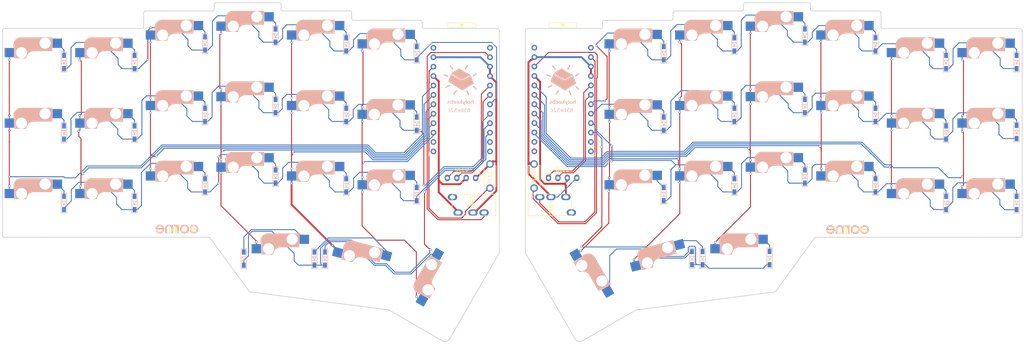
<source format=kicad_pcb>
(kicad_pcb (version 20221018) (generator pcbnew)
  (title_block (title "Corne Cherry") (date "2020-09-28") (rev "3.0.1") (company "foostan"))
  (layers (0 "F.Cu" signal) (31 "B.Cu" signal) (34 "B.Paste" user) (35 "F.Paste" user) (36 "B.SilkS" user "B.Silkscreen") (37 "F.SilkS" user "F.Silkscreen") (38 "B.Mask" user) (39 "F.Mask" user) (44 "Edge.Cuts" user))
  (net 0 "")
  (net 1 "row0")
  (net 2 "Net-(D1-A)")
  (net 3 "row1")
  (net 4 "Net-(D2-A)")
  (net 5 "row2")
  (net 6 "Net-(D3-A)")
  (net 7 "row3")
  (net 8 "Net-(D4-A)")
  (net 9 "Net-(D5-A)")
  (net 10 "Net-(D6-A)")
  (net 11 "Net-(D7-A)")
  (net 12 "Net-(D8-A)")
  (net 13 "Net-(D9-A)")
  (net 14 "Net-(D10-A)")
  (net 15 "Net-(D11-A)")
  (net 16 "Net-(D12-A)")
  (net 17 "Net-(D13-A)")
  (net 18 "Net-(D14-A)")
  (net 19 "Net-(D15-A)")
  (net 20 "Net-(D16-A)")
  (net 21 "Net-(D17-A)")
  (net 22 "Net-(D18-A)")
  (net 23 "Net-(D19-A)")
  (net 24 "Net-(D20-A)")
  (net 25 "Net-(D21-A)")
  (net 26 "GND")
  (net 27 "VCC")
  (net 28 "col0")
  (net 29 "col1")
  (net 30 "col2")
  (net 31 "col3")
  (net 32 "col4")
  (net 33 "col5")
  (net 34 "LED")
  (net 35 "data")
  (net 36 "reset")
  (net 37 "SCL")
  (net 38 "SDA")
  (net 39 "Net-(D22-A)")
  (net 40 "Net-(D23-A)")
  (net 41 "Net-(D24-A)")
  (net 42 "Net-(D25-A)")
  (net 43 "Net-(D26-A)")
  (net 44 "Net-(D27-A)")
  (net 45 "row0_r")
  (net 46 "Net-(D28-A)")
  (net 47 "Net-(D29-A)")
  (net 48 "Net-(D30-A)")
  (net 49 "Net-(D31-A)")
  (net 50 "Net-(D32-A)")
  (net 51 "row1_r")
  (net 52 "Net-(D33-A)")
  (net 53 "Net-(D34-A)")
  (net 54 "Net-(D35-A)")
  (net 55 "Net-(D36-A)")
  (net 56 "Net-(D37-A)")
  (net 57 "Net-(D38-A)")
  (net 58 "row2_r")
  (net 59 "Net-(D39-A)")
  (net 60 "Net-(D40-A)")
  (net 61 "Net-(D41-A)")
  (net 62 "Net-(D42-A)")
  (net 63 "row3_r")
  (net 64 "data_r")
  (net 65 "SDA_r")
  (net 66 "SCL_r")
  (net 67 "LED_r")
  (net 68 "reset_r")
  (net 69 "col0_r")
  (net 70 "col1_r")
  (net 71 "col2_r")
  (net 72 "col3_r")
  (net 73 "col4_r")
  (net 74 "col5_r")
  (net 75 "VDD")
  (net 76 "GNDA")
  (footprint "kbd:MJ-4PP-9_1side" (layer "F.Cu") (at 144.1345 74.292 -90)
    (fp_text reference "J1")
    (fp_text value "MJ-4PP-9" hide)
  )
  (footprint "kbd:OLED_1side" (layer "F.Cu") (at 130.9485 67.028)
    (fp_text reference "J2")
    (fp_text value "OLED" hide)
  )
  (footprint "kbd:ResetSW_1side" (layer "F.Cu") (at 142.4245 66.531 -90)
    (fp_text reference "RSW1" hide)
    (fp_text value "SW_PUSH")
  )
  (footprint "kbd:CherryMX_Hotswap" (layer "F.Cu") (at 39.1075 35.78)
    (fp_text reference "SW2" hide)
    (fp_text value "SW_PUSH" hide)
  )
  (footprint "kbd:CherryMX_Hotswap" (layer "F.Cu") (at 58.1075 31.03)
    (fp_text reference "SW3" hide)
    (fp_text value "SW_PUSH" hide)
  )
  (footprint "kbd:CherryMX_Hotswap" (layer "F.Cu") (at 77.1075 28.655)
    (fp_text reference "SW4" hide)
    (fp_text value "SW_PUSH" hide)
  )
  (footprint "kbd:CherryMX_Hotswap" (layer "F.Cu") (at 96.1075 31.03)
    (fp_text reference "SW5" hide)
    (fp_text value "SW_PUSH" hide)
  )
  (footprint "kbd:CherryMX_Hotswap" (layer "F.Cu") (at 20.1075 54.78)
    (fp_text reference "SW7" hide)
    (fp_text value "SW_PUSH" hide)
  )
  (footprint "kbd:CherryMX_Hotswap" (layer "F.Cu") (at 39.1075 54.78)
    (fp_text reference "SW8" hide)
    (fp_text value "SW_PUSH" hide)
  )
  (footprint "kbd:CherryMX_Hotswap" (layer "F.Cu") (at 58.1075 50.03)
    (fp_text reference "SW9" hide)
    (fp_text value "SW_PUSH" hide)
  )
  (footprint "kbd:CherryMX_Hotswap" (layer "F.Cu") (at 77.1075 47.655)
    (fp_text reference "SW10" hide)
    (fp_text value "SW_PUSH" hide)
  )
  (footprint "kbd:CherryMX_Hotswap" (layer "F.Cu") (at 96.1075 50.03)
    (fp_text reference "SW11" hide)
    (fp_text value "SW_PUSH" hide)
  )
  (footprint "kbd:CherryMX_Hotswap" (layer "F.Cu") (at 115.1075 52.405)
    (fp_text reference "SW12" hide)
    (fp_text value "SW_PUSH" hide)
  )
  (footprint "kbd:CherryMX_Hotswap" (layer "F.Cu") (at 20.1075 73.78)
    (fp_text reference "SW13" hide)
    (fp_text value "SW_PUSH" hide)
  )
  (footprint "kbd:CherryMX_Hotswap" (layer "F.Cu") (at 39.1075 73.78)
    (fp_text reference "SW14" hide)
    (fp_text value "SW_PUSH" hide)
  )
  (footprint "kbd:CherryMX_Hotswap" (layer "F.Cu") (at 58.1075 69.03)
    (fp_text reference "SW15" hide)
    (fp_text value "SW_PUSH" hide)
  )
  (footprint "kbd:CherryMX_Hotswap" (layer "F.Cu") (at 77.1075 66.655)
    (fp_text reference "SW16" hide)
    (fp_text value "SW_PUSH" hide)
  )
  (footprint "kbd:CherryMX_Hotswap" (layer "F.Cu") (at 96.1075 69.03)
    (fp_text reference "SW17" hide)
    (fp_text value "SW_PUSH" hide)
  )
  (footprint "kbd:CherryMX_Hotswap" (layer "F.Cu") (at 115.1075 71.405)
    (fp_text reference "SW18" hide)
    (fp_text value "SW_PUSH" hide)
  )
  (footprint "kbd:CherryMX_Hotswap" (layer "F.Cu") (at 86.6075 88.655)
    (fp_text reference "SW19" hide)
    (fp_text value "SW_PUSH" hide)
  )
  (footprint "kbd:CherryMX_Hotswap" (layer "F.Cu") (at 107.6075 91.405 -15)
    (fp_text reference "SW20" hide)
    (fp_text value "SW_PUSH" hide)
  )
  (footprint "kbd:CherryMX_Hotswap_1.5u" (layer "F.Cu") (at 129.8575 95.155 60)
    (fp_text reference "SW21" hide)
    (fp_text value "SW_PUSH" hide)
  )
  (footprint "kbd:CherryMX_Hotswap_1.5u" (layer "F.Cu") (at 166.8645 95.15 -60)
    (fp_text reference "SW42" hide)
    (fp_text value "SW_PUSH" hide)
  )
  (footprint "kbd:MJ-4PP-9_1side" (layer "F.Cu") (at 152.5375 74.27 90)
    (fp_text reference "J3")
    (fp_text value "MJ-4PP-9" hide)
  )
  (footprint "kbd:OLED_1side" (layer "F.Cu") (at 158.1775 67.02)
    (fp_text reference "J4")
    (fp_text value "OLED" hide)
  )
  (footprint "kbd:ResetSW_1side" (layer "F.Cu") (at 154.3045 66.522 -90)
    (fp_text reference "RSW2" hide)
    (fp_text value "SW_PUSH")
  )
  (footprint "kbd:CherryMX_Hotswap" (layer "F.Cu") (at 219.6145 66.65)
    (fp_text reference "SW37" hide)
    (fp_text value "SW_PUSH" hide)
  )
  (footprint "kbd:CherryMX_Hotswap" (layer "F.Cu") (at 200.6145 69.025)
    (fp_text reference "SW38" hide)
    (fp_text value "SW_PUSH" hide)
  )
  (footprint "kbd:CherryMX_Hotswap" (layer "F.Cu") (at 181.6145 71.4)
    (fp_text reference "SW39" hide)
    (fp_text value "SW_PUSH" hide)
  )
  (footprint "kbd:CherryMX_Hotswap" (layer "F.Cu") (at 210.1145 88.65)
    (fp_text reference "SW40" hide)
    (fp_text value "SW_PUSH" hide)
  )
  (footprint "kbd:CherryMX_Hotswap" (layer "F.Cu") (at 189.1145 91.4 15)
    (fp_text reference "SW41" hide)
    (fp_text value "SW_PUSH" hide)
  )
  (footprint "kbd:CherryMX_Hotswap" (layer "F.Cu") (at 219.6145 28.65)
    (fp_text reference "SW25" hide)
    (fp_text value "SW_PUSH" hide)
  )
  (footprint "kbd:CherryMX_Hotswap" (layer "F.Cu") (at 200.6145 31.025)
    (fp_text reference "SW26" hide)
    (fp_text value "SW_PUSH" hide)
  )
  (footprint "kbd:CherryMX_Hotswap" (layer "F.Cu") (at 276.6145 54.775)
    (fp_text reference "SW28" hide)
    (fp_text value "SW_PUSH" hide)
  )
  (footprint "kbd:CherryMX_Hotswap" (layer "F.Cu") (at 238.6145 31.025)
    (fp_text reference "SW24" hide)
    (fp_text value "SW_PUSH" hide)
  )
  (footprint "kbd:CherryMX_Hotswap" (layer "F.Cu") (at 257.6145 54.775)
    (fp_text reference "SW29" hide)
    (fp_text value "SW_PUSH" hide)
  )
  (footprint "kbd:CherryMX_Hotswap" (layer "F.Cu") (at 257.6145 73.775)
    (fp_text reference "SW35" hide)
    (fp_text value "SW_PUSH" hide)
  )
  (footprint "kbd:CherryMX_Hotswap" (layer "F.Cu") (at 238.6145 69.025)
    (fp_text reference "SW36" hide)
    (fp_text value "SW_PUSH" hide)
  )
  (footprint "kbd:CherryMX_Hotswap" (layer "F.Cu") (at 276.6145 35.775)
    (fp_text reference "SW22" hide)
    (fp_text value "SW_PUSH" hide)
  )
  (footprint "kbd:CherryMX_Hotswap" (layer "F.Cu") (at 257.6145 35.775)
    (fp_text reference "SW23" hide)
    (fp_text value "SW_PUSH" hide)
  )
  (footprint "kbd:CherryMX_Hotswap" (layer "F.Cu") (at 238.6145 50.025)
    (fp_text reference "SW30" hide)
    (fp_text value "SW_PUSH" hide)
  )
  (footprint "kbd:CherryMX_Hotswap" (layer "F.Cu") (at 219.6145 47.65)
    (fp_text reference "SW31" hide)
    (fp_text value "SW_PUSH" hide)
  )
  (footprint "kbd:CherryMX_Hotswap" (layer "F.Cu") (at 200.6145 50.025)
    (fp_text reference "SW32" hide)
    (fp_text value "SW_PUSH" hide)
  )
  (footprint "kbd:CherryMX_Hotswap" (layer "F.Cu") (at 181.6145 52.4)
    (fp_text reference "SW33" hide)
    (fp_text value "SW_PUSH" hide)
  )
  (footprint "kbd:CherryMX_Hotswap" (layer "F.Cu") (at 276.6145 73.775)
    (fp_text reference "SW34" hide)
    (fp_text value "SW_PUSH" hide)
  )
  (footprint "kbd:CherryMX_Hotswap" (layer "F.Cu") (at 20.1075 35.78)
    (fp_text reference "SW1" hide)
    (fp_text value "SW_PUSH" hide)
  )
  (footprint "holykeebs:M2_HOLE_NPH_BIG" (layer "F.Cu") (at 105.5755 41.7655)
    (fp_text reference "Ref**" hide)
    (fp_text value "Val**" hide)
  )
  (footprint "holykeebs:M2_HOLE_NPH_BIG" (layer "F.Cu") (at 72.7645 81.5205)
    (fp_text reference "Ref**" hide)
    (fp_text value "Val**" hide)
  )
  (footprint "holykeebs:M2_HOLE_NPH_BIG" (layer "F.Cu") (at 119.3305 89.135)
    (fp_text reference "Ref**" hide)
    (fp_text value "Val**" hide)
  )
  (footprint "holykeebs:M2_HOLE_NPH" (layer "F.Cu") (at 127.8695 74.254)
    (fp_text reference "Ref**" hide)
    (fp_text value "Val**" hide)
  )
  (footprint "holykeebs:M2_HOLE_NPH" (layer "F.Cu") (at 142.3015 82.775)
    (fp_text reference "Ref**" hide)
    (fp_text value "Val**" hide)
  )
  (footprint "holykeebs:M2_HOLE_NPH_BIG" (layer "F.Cu") (at 177.3895 89.145 180)
    (fp_text reference "Ref**" hide)
    (fp_text value "Val**" hide)
  )
  (footprint "holykeebs:M2_HOLE_NPH_BIG" (layer "F.Cu") (at 223.9555 81.5305 180)
    (fp_text reference "Ref**" hide)
    (fp_text value "Val**" hide)
  )
  (footprint "holykeebs:M2_HOLE_NPH_BIG" (layer "F.Cu") (at 267.0995 45.2655 180)
    (fp_text reference "Ref**" hide)
    (fp_text value "Val**" hide)
  )
  (footprint "holykeebs:M2_HOLE_NPH_BIG" (layer "F.Cu") (at 191.1445 41.7755 180)
    (fp_text reference "Ref**" hide)
    (fp_text value "Val**" hide)
  )
  (footprint "kbd:CherryMX_Hotswap" (layer "F.Cu") (at 115.1075 33.405)
    (fp_text reference "SW6" hide)
    (fp_text value "SW_PUSH" hide)
  )
  (footprint "kbd:CherryMX_Hotswap" (layer "F.Cu") (at 181.6075 33.405)
    (fp_text reference "SW27" hide)
    (fp_text value "SW_PUSH" hide)
  )
  (footprint "kbd:ProMicro_v3" (layer "F.Cu") (at 134.8125 46.42)
    (fp_text reference "U1" hide)
    (fp_text value "ProMicro" hide)
  )
  (footprint "kbd:ProMicro_v3" (layer "F.Cu") (at 161.9875 46.39)
    (fp_text reference "U2" hide)
    (fp_text value "ProMicro" hide)
  )
  (footprint "holykeebs:M2_HOLE_NPH_BIG" (layer "F.Cu") (at 29.6075 45.28)
    (fp_text reference "Ref**" hide)
    (fp_text value "Val**" hide)
  )
  (footprint "kbd:corne-logo-horizontal" (layer "F.Cu") (at 58.2675 80.89)
    (fp_text reference "G***" hide)
    (fp_text value "LOGO" hide)
  )
  (footprint "kbd:corne-logo-horizontal" (layer "F.Cu") (at 238.7775 81.04)
    (fp_text reference "G***" hide)
    (fp_text value "LOGO" hide)
  )
  (footprint "holykeebs:M2_HOLE_NPH_BIG" (layer "F.Cu") (at 29.6075 64.28)
    (fp_text reference "Ref**" hide)
    (fp_text value "Val**" hide)
  )
  (footprint "holykeebs:M2_HOLE_NPH_BIG" (layer "F.Cu") (at 267.0995 64.2655 180)
    (fp_text reference "Ref**" hide)
    (fp_text value "Val**" hide)
  )
  (footprint "kbd:D3_SMD_v2" (layer "B.Cu") (at 27.7345 35.776875 90)
    (fp_text reference "D1" hide)
    (fp_text value "D" hide)
  )
  (footprint "kbd:D3_SMD_v2" (layer "B.Cu") (at 46.7345 35.78 90)
    (fp_text reference "D2" hide)
    (fp_text value "D" hide)
  )
  (footprint "kbd:D3_SMD_v2" (layer "B.Cu") (at 65.7075 30.78 90)
    (fp_text reference "D3" hide)
    (fp_text value "D" hide)
  )
  (footprint "kbd:D3_SMD_v2" (layer "B.Cu") (at 84.7075 28.655 90)
    (fp_text reference "D4" hide)
    (fp_text value "D" hide)
  )
  (footprint "kbd:D3_SMD_v2" (layer "B.Cu") (at 103.7075 31.03 90)
    (fp_text reference "D5" hide)
    (fp_text value "D" hide)
  )
  (footprint "kbd:D3_SMD_v2" (layer "B.Cu") (at 122.7075 33.405 90)
    (fp_text reference "D6" hide)
    (fp_text value "D" hide)
  )
  (footprint "kbd:D3_SMD_v2" (layer "B.Cu") (at 27.7345 54.776875 90)
    (fp_text reference "D7" hide)
    (fp_text value "D" hide)
  )
  (footprint "kbd:D3_SMD_v2" (layer "B.Cu") (at 46.7345 54.78 90)
    (fp_text reference "D8" hide)
    (fp_text value "D" hide)
  )
  (footprint "kbd:D3_SMD_v2" (layer "B.Cu") (at 65.7075 50.03 90)
    (fp_text reference "D9" hide)
    (fp_text value "D" hide)
  )
  (footprint "kbd:D3_SMD_v2" (layer "B.Cu") (at 84.7075 47.655 90)
    (fp_text reference "D10" hide)
    (fp_text value "D" hide)
  )
  (footprint "kbd:D3_SMD_v2" (layer "B.Cu") (at 103.7075 50.03 90)
    (fp_text reference "D11" hide)
    (fp_text value "D" hide)
  )
  (footprint "kbd:D3_SMD_v2" (layer "B.Cu") (at 122.7075 52.405 90)
    (fp_text reference "D12" hide)
    (fp_text value "D" hide)
  )
  (footprint "kbd:D3_SMD_v2" (layer "B.Cu") (at 27.7345 73.776875 90)
    (fp_text reference "D13" hide)
    (fp_text value "D" hide)
  )
  (footprint "kbd:D3_SMD_v2" (layer "B.Cu") (at 46.7345 73.78 90)
    (fp_text reference "D14" hide)
    (fp_text value "D" hide)
  )
  (footprint "kbd:D3_SMD_v2" (layer "B.Cu") (at 65.7075 69.03 90)
    (fp_text reference "D15" hide)
    (fp_text value "D" hide)
  )
  (footprint "kbd:D3_SMD_v2" (layer "B.Cu") (at 84.7075 66.655 90)
    (fp_text reference "D16" hide)
    (fp_text value "D" hide)
  )
  (footprint "kbd:D3_SMD_v2" (layer "B.Cu") (at 103.7075 69.03 90)
    (fp_text reference "D17" hide)
    (fp_text value "D" hide)
  )
  (footprint "kbd:D3_SMD_v2" (layer "B.Cu") (at 122.7075 71.405 90)
    (fp_text reference "D18" hide)
    (fp_text value "D" hide)
  )
  (footprint "kbd:D3_SMD_v2" (layer "B.Cu") (at 76.1575 88.77 90)
    (fp_text reference "D19" hide)
    (fp_text value "D" hide)
  )
  (footprint "kbd:D3_SMD_v2" (layer "B.Cu") (at 95.1645 88.765 90)
    (fp_text reference "D20" hide)
    (fp_text value "D" hide)
  )
  (footprint "kbd:D3_SMD_v2" (layer "B.Cu") (at 98.0075 88.765 90)
    (fp_text reference "D21" hide)
    (fp_text value "D" hide)
  )
  (footprint "kbd:D3_SMD_v2" (layer "B.Cu") (at 265.2145 35.775 90)
    (fp_text reference "D23" hide)
    (fp_text value "D" hide)
  )
  (footprint "kbd:D3_SMD_v2" (layer "B.Cu") (at 246.2145 31.025 90)
    (fp_text reference "D24" hide)
    (fp_text value "D" hide)
  )
  (footprint "kbd:D3_SMD_v2" (layer "B.Cu") (at 227.2145 28.65 90)
    (fp_text reference "D25" hide)
    (fp_text value "D" hide)
  )
  (footprint "kbd:D3_SMD_v2" (layer "B.Cu") (at 189.2075 33.405 90)
    (fp_text reference "D27" hide)
    (fp_text value "D" hide)
  )
  (footprint "kbd:D3_SMD_v2" (layer "B.Cu") (at 284.2145 54.625 90)
    (fp_text reference "D28" hide)
    (fp_text value "D" hide)
  )
  (footprint "kbd:D3_SMD_v2" (layer "B.Cu") (at 265.2145 54.775 90)
    (fp_text reference "D29" hide)
    (fp_text value "D" hide)
  )
  (footprint "kbd:D3_SMD_v2" (layer "B.Cu") (at 246.2145 50.025 90)
    (fp_text reference "D30" hide)
    (fp_text value "D" hide)
  )
  (footprint "kbd:D3_SMD_v2" (layer "B.Cu") (at 227.2145 47.65 90)
    (fp_text reference "D31" hide)
    (fp_text value "D" hide)
  )
  (footprint "kbd:D3_SMD_v2" (layer "B.Cu") (at 208.2145 50.025 90)
    (fp_text reference "D32" hide)
    (fp_text value "D" hide)
  )
  (footprint "kbd:D3_SMD_v2" (layer "B.Cu") (at 189.2075 52.405 90)
    (fp_text reference "D33" hide)
    (fp_text value "D" hide)
  )
  (footprint "kbd:D3_SMD_v2" (layer "B.Cu") (at 284.2145 73.775 90)
    (fp_text reference "D34" hide)
    (fp_text value "D" hide)
  )
  (footprint "kbd:D3_SMD_v2" (layer "B.Cu") (at 265.2145 73.775 90)
    (fp_text reference "D35" hide)
    (fp_text value "D" hide)
  )
  (footprint "kbd:D3_SMD_v2" (layer "B.Cu") (at 246.2145 69.025 90)
    (fp_text reference "D36" hide)
    (fp_text value "D" hide)
  )
  (footprint "kbd:D3_SMD_v2" (layer "B.Cu") (at 227.2145 66.65 90)
    (fp_text reference "D37" hide)
    (fp_text value "D" hide)
  )
  (footprint "kbd:D3_SMD_v2" (layer "B.Cu") (at 208.2145 69.025 90)
    (fp_text reference "D38" hide)
    (fp_text value "D" hide)
  )
  (footprint "kbd:D3_SMD_v2" (layer "B.Cu") (at 189.2075 71.405 90)
    (fp_text reference "D39" hide)
    (fp_text value "D" hide)
  )
  (footprint "kbd:D3_SMD_v2" (layer "B.Cu") (at 217.7145 88.635 90)
    (fp_text reference "D40" hide)
    (fp_text value "D" hide)
  )
  (footprint "kbd:D3_SMD_v2" (layer "B.Cu") (at 199.6645 88.65 90)
    (fp_text reference "D41" hide)
    (fp_text value "D" hide)
  )
  (footprint "kbd:D3_SMD_v2" (layer "B.Cu") (at 196.8145 88.65 90)
    (fp_text reference "D42" hide)
    (fp_text value "D" hide)
  )
  (footprint "kbd:D3_SMD_v2" (layer "B.Cu") (at 284.2145 35.775 90)
    (fp_text reference "D22" hide)
    (fp_text value "D" hide)
  )
  (footprint "kbd:D3_SMD_v2" (layer "B.Cu") (at 208.2145 31.025 90)
    (fp_text reference "D26" hide)
    (fp_text value "D" hide)
  )
  (footprint "holykeebs:M2_HOLE_NPH" (layer "B.Cu") (at 154.4185 82.785 180)
    (fp_text reference "Ref**" hide)
    (fp_text value "Val**" hide)
  )
  (footprint "holykeebs:M2_HOLE_NPH" (layer "B.Cu") (at 168.8505 74.264 180)
    (fp_text reference "Ref**" hide)
    (fp_text value "Val**" hide)
  )
  (footprint "kbd:corne-logo-horizontal" (layer "B.Cu") (at 58.0375 80.89 180)
    (fp_text reference "G***" hide)
    (fp_text value "LOGO" hide)
  )
  (footprint "kbd:corne-logo-horizontal" (layer "B.Cu") (at 238.5675 81.04 180)
    (fp_text reference "G***" hide)
    (fp_text value "LOGO" hide)
  )
  (footprint "holykeebs:logo .5x" (layer "B.Cu") (at 134.440816 41.544076 180)
    (fp_text reference "REF**" hide)
    (fp_text value "logo big" hide)
  )
  (footprint "holykeebs:logo .5x" (layer "B.Cu") (at 162.000816 41.544076 180)
    (fp_text reference "REF**" hide)
    (fp_text value "logo big" hide)
  )
  (gr_curve (pts (xy 181.6295 102.678) (xy 181.84293 102.613557) (xy 182.062163 102.570169) (xy 182.284056 102.54846)) (stroke (width 0.2)) (layer "Edge.Cuts"))
  (gr_curve (pts (xy 152.181791 87.625717) (xy 152.029054 87.360585) (xy 151.950612 87.059178) (xy 151.9547 86.753228)) (stroke (width 0.2)) (layer "Edge.Cuts"))
  (gr_line (start 191.706177 24.025707) (end 191.706177 22.527109) (stroke (width 0.2)) (layer "Edge.Cuts"))
  (gr_line (start 173.204835 24.526087) (end 191.205797 24.526087) (stroke (width 0.2)) (layer "Edge.Cuts"))
  (gr_curve (pts (xy 151.9547 27.278174) (xy 151.954759 27.002128) (xy 152.178537 26.778365) (xy 152.454583 26.778301)) (stroke (width 0.2)) (layer "Edge.Cuts"))
  (gr_line (start 151.955216 27.276904) (end 151.955216 86.750945) (stroke (width 0.2)) (layer "Edge.Cuts"))
  (gr_line (start 236.3275 83.028073) (end 274.3275 83.027309) (stroke (width 0.2)) (layer "Edge.Cuts"))
  (gr_line (start 285.704628 27.278174) (end 285.704628 82.5282) (stroke (width 0.2)) (layer "Edge.Cuts"))
  (gr_line (start 248.204611 26.778301) (end 285.204501 26.778301) (stroke (width 0.2)) (layer "Edge.Cuts"))
  (gr_line (start 211.204467 19.778068) (end 228.20467 19.778068) (stroke (width 0.2)) (layer "Edge.Cuts"))
  (gr_line (start 210.705358 21.52635) (end 210.705358 20.276671) (stroke (width 0.2)) (layer "Edge.Cuts"))
  (gr_line (start 192.206556 22.026729) (end 203.1675 22.028252) (stroke (width 0.2)) (layer "Edge.Cuts"))
  (gr_line (start 181.6295 102.678) (end 167.335417 110.939084) (stroke (width 0.2)) (layer "Edge.Cuts"))
  (gr_line (start 172.706995 25.026466) (end 172.704713 26.278179) (stroke (width 0.2)) (layer "Edge.Cuts"))
  (gr_curve (pts (xy 172.704713 25.028242) (xy 172.704654 24.752107) (xy 172.928431 24.528195) (xy 173.204577 24.528121)) (stroke (width 0.2)) (layer "Edge.Cuts"))
  (gr_line (start 247.705501 22.527109) (end 247.704489 26.278179) (stroke (width 0.2)) (layer "Edge.Cuts"))
  (gr_line (start 229.206699 22.026729) (end 241.0775 22.028252) (stroke (width 0.2)) (layer "Edge.Cuts"))
  (gr_line (start 228.704544 20.278194) (end 228.704544 21.528126) (stroke (width 0.2)) (layer "Edge.Cuts"))
  (gr_line (start 152.455595 26.776525) (end 172.204592 26.778301) (stroke (width 0.2)) (layer "Edge.Cuts"))
  (gr_curve (pts (xy 285.704628 82.5282) (xy 285.704558 82.804345) (xy 285.480647 83.028143) (xy 285.204506 83.028073)) (stroke (width 0.2)) (layer "Edge.Cuts"))
  (gr_curve (pts (xy 285.204506 83.028073) (xy 285.204501 83.028073) (xy 285.204501 83.028073) (xy 285.204501 83.028073)) (stroke (width 0.2)) (layer "Edge.Cuts"))
  (gr_curve (pts (xy 285.204501 26.778301) (xy 285.480642 26.778231) (xy 285.704558 27.002029) (xy 285.704628 27.278169)) (stroke (width 0.2)) (layer "Edge.Cuts"))
  (gr_curve (pts (xy 285.704628 27.278169) (xy 285.704628 27.278174) (xy 285.704628 27.278174) (xy 285.704628 27.278174)) (stroke (width 0.2)) (layer "Edge.Cuts"))
  (gr_curve (pts (xy 248.204611 26.778301) (xy 247.928465 26.77837) (xy 247.704559 26.554568) (xy 247.704489 26.278427)) (stroke (width 0.2)) (layer "Edge.Cuts"))
  (gr_curve (pts (xy 247.704489 26.278427) (xy 247.704489 26.278343) (xy 247.704489 26.278264) (xy 247.704489 26.278179)) (stroke (width 0.2)) (layer "Edge.Cuts"))
  (gr_curve (pts (xy 247.204616 22.028252) (xy 247.480662 22.028322) (xy 247.70442 22.25208) (xy 247.704489 22.528126)) (stroke (width 0.2)) (layer "Edge.Cuts"))
  (gr_curve (pts (xy 229.204665 22.028252) (xy 228.92852 22.028322) (xy 228.704613 21.804519) (xy 228.704544 21.528379)) (stroke (width 0.2)) (layer "Edge.Cuts"))
  (gr_curve (pts (xy 228.704544 21.528379) (xy 228.704544 21.528295) (xy 228.704544 21.52821) (xy 228.704544 21.528126)) (stroke (width 0.2)) (layer "Edge.Cuts"))
  (gr_curve (pts (xy 228.20467 19.778068) (xy 228.480816 19.778137) (xy 228.704613 20.002049) (xy 228.704544 20.278189)) (stroke (width 0.2)) (layer "Edge.Cuts"))
  (gr_curve (pts (xy 228.704544 20.278189) (xy 228.704544 20.278194) (xy 228.704544 20.278194) (xy 228.704544 20.278194)) (stroke (width 0.2)) (layer "Edge.Cuts"))
  (gr_curve (pts (xy 210.704594 20.278194) (xy 210.704524 20.002054) (xy 210.928322 19.778137) (xy 211.204467 19.778068)) (stroke (width 0.2)) (layer "Edge.Cuts"))
  (gr_curve (pts (xy 211.204467 19.778068) (xy 211.204467 19.778068) (xy 211.204467 19.778068) (xy 211.204467 19.778068)) (stroke (width 0.2)) (layer "Edge.Cuts"))
  (gr_curve (pts (xy 210.704594 21.528126) (xy 210.704663 21.804266) (xy 210.480866 22.028183) (xy 210.20472 22.028252)) (stroke (width 0.2)) (layer "Edge.Cuts"))
  (gr_curve (pts (xy 210.20472 22.028252) (xy 210.204641 22.028252) (xy 210.204552 22.028252) (xy 210.204472 22.028252)) (stroke (width 0.2)) (layer "Edge.Cuts"))
  (gr_curve (pts (xy 191.704649 22.528126) (xy 191.704718 22.25208) (xy 191.928476 22.028322) (xy 192.204522 22.028252)) (stroke (width 0.2)) (layer "Edge.Cuts"))
  (gr_curve (pts (xy 191.704649 24.028247) (xy 191.704579 24.304388) (xy 191.480672 24.52819) (xy 191.204527 24.528121)) (stroke (width 0.2)) (layer "Edge.Cuts"))
  (gr_line (start 165.4073 110.559612) (end 152.181276 87.627245) (stroke (width 0.2)) (layer "Edge.Cuts"))
  (gr_curve (pts (xy 165.410396 110.564226) (xy 165.409364 110.562688) (xy 165.408332 110.56115) (xy 165.4073 110.559612)) (stroke (width 0.2)) (layer "Edge.Cuts"))
  (gr_curve (pts (xy 167.335417 110.939084) (xy 166.700318 111.367153) (xy 165.838465 111.199314) (xy 165.410396 110.564226)) (stroke (width 0.2)) (layer "Edge.Cuts"))
  (gr_line (start 218.954506 97.778087) (end 182.284056 102.54846) (stroke (width 0.2)) (layer "Edge.Cuts"))
  (gr_curve (pts (xy 219.308071 97.631789) (xy 219.21428 97.725501) (xy 219.087101 97.778126) (xy 218.954506 97.778087)) (stroke (width 0.2)) (layer "Edge.Cuts"))
  (gr_line (start 229.851095 83.174629) (end 219.308071 97.631789) (stroke (width 0.2)) (layer "Edge.Cuts"))
  (gr_curve (pts (xy 172.704713 26.278179) (xy 172.704773 26.55432) (xy 172.480975 26.778231) (xy 172.20483 26.778301)) (stroke (width 0.2)) (layer "Edge.Cuts"))
  (gr_curve (pts (xy 172.20483 26.778301) (xy 172.20475 26.778301) (xy 172.204671 26.778301) (xy 172.204592 26.778301)) (stroke (width 0.2)) (layer "Edge.Cuts"))
  (gr_line (start 66.690339 83.020073) (end 60.5575 83.021073) (stroke (width 0.2)) (layer "Edge.Cuts"))
  (gr_line (start 11.690499 83.020073) (end 22.5675 83.020309) (stroke (width 0.2)) (layer "Edge.Cuts"))
  (gr_line (start 49.690384 22.020252) (end 60.5775 22.018729) (stroke (width 0.2)) (layer "Edge.Cuts"))
  (gr_line (start 86.690528 22.020252) (end 98.5675 22.018729) (stroke (width 0.2)) (layer "Edge.Cuts"))
  (gr_curve (pts (xy 124.69017 26.770301) (xy 124.69025 26.770301) (xy 124.690329 26.770301) (xy 124.690408 26.770301)) (stroke (width 0.2)) (layer "Edge.Cuts"))
  (gr_curve (pts (xy 124.190287 26.270179) (xy 124.190227 26.54632) (xy 124.414025 26.770231) (xy 124.69017 26.770301)) (stroke (width 0.2)) (layer "Edge.Cuts"))
  (gr_line (start 67.043905 83.166629) (end 77.586929 97.623789) (stroke (width 0.2)) (layer "Edge.Cuts"))
  (gr_line (start 77.940494 97.770087) (end 114.610944 102.54046) (stroke (width 0.2)) (layer "Edge.Cuts"))
  (gr_curve (pts (xy 129.559583 110.931084) (xy 130.194682 111.359153) (xy 131.056535 111.191314) (xy 131.484604 110.556226)) (stroke (width 0.2)) (layer "Edge.Cuts"))
  (gr_curve (pts (xy 131.484604 110.556226) (xy 131.485636 110.554688) (xy 131.486668 110.55315) (xy 131.4877 110.551612)) (stroke (width 0.2)) (layer "Edge.Cuts"))
  (gr_line (start 131.4877 110.551612) (end 144.713724 87.619245) (stroke (width 0.2)) (layer "Edge.Cuts"))
  (gr_curve (pts (xy 105.190351 24.020247) (xy 105.190421 24.296388) (xy 105.414328 24.52019) (xy 105.690473 24.520121)) (stroke (width 0.2)) (layer "Edge.Cuts"))
  (gr_curve (pts (xy 105.190351 22.520126) (xy 105.190282 22.24408) (xy 104.966524 22.020322) (xy 104.690478 22.020252)) (stroke (width 0.2)) (layer "Edge.Cuts"))
  (gr_curve (pts (xy 86.69028 22.020252) (xy 86.690359 22.020252) (xy 86.690448 22.020252) (xy 86.690528 22.020252)) (stroke (width 0.2)) (layer "Edge.Cuts"))
  (gr_curve (pts (xy 86.190406 21.520126) (xy 86.190337 21.796266) (xy 86.414134 22.020183) (xy 86.69028 22.020252)) (stroke (width 0.2)) (layer "Edge.Cuts"))
  (gr_curve (pts (xy 85.690533 19.770068) (xy 85.690533 19.770068) (xy 85.690533 19.770068) (xy 85.690533 19.770068)) (stroke (width 0.2)) (layer "Edge.Cuts"))
  (gr_curve (pts (xy 86.190406 20.270194) (xy 86.190476 19.994054) (xy 85.966678 19.770137) (xy 85.690533 19.770068)) (stroke (width 0.2)) (layer "Edge.Cuts"))
  (gr_curve (pts (xy 68.190456 20.270189) (xy 68.190456 20.270194) (xy 68.190456 20.270194) (xy 68.190456 20.270194)) (stroke (width 0.2)) (layer "Edge.Cuts"))
  (gr_curve (pts (xy 68.69033 19.770068) (xy 68.414184 19.770137) (xy 68.190387 19.994049) (xy 68.190456 20.270189)) (stroke (width 0.2)) (layer "Edge.Cuts"))
  (gr_curve (pts (xy 68.190456 21.520379) (xy 68.190456 21.520295) (xy 68.190456 21.52021) (xy 68.190456 21.520126)) (stroke (width 0.2)) (layer "Edge.Cuts"))
  (gr_curve (pts (xy 67.690335 22.020252) (xy 67.96648 22.020322) (xy 68.190387 21.796519) (xy 68.190456 21.520379)) (stroke (width 0.2)) (layer "Edge.Cuts"))
  (gr_curve (pts (xy 49.690384 22.020252) (xy 49.414338 22.020322) (xy 49.19058 22.24408) (xy 49.190511 22.520126)) (stroke (width 0.2)) (layer "Edge.Cuts"))
  (gr_curve (pts (xy 49.190511 26.270427) (xy 49.190511 26.270343) (xy 49.190511 26.270264) (xy 49.190511 26.270179)) (stroke (width 0.2)) (layer "Edge.Cuts"))
  (gr_curve (pts (xy 48.690389 26.770301) (xy 48.966535 26.77037) (xy 49.190441 26.546568) (xy 49.190511 26.270427)) (stroke (width 0.2)) (layer "Edge.Cuts"))
  (gr_curve (pts (xy 11.190372 27.270169) (xy 11.190372 27.270174) (xy 11.190372 27.270174) (xy 11.190372 27.270174)) (stroke (width 0.2)) (layer "Edge.Cuts"))
  (gr_curve (pts (xy 11.690499 26.770301) (xy 11.414358 26.770231) (xy 11.190442 26.994029) (xy 11.190372 27.270169)) (stroke (width 0.2)) (layer "Edge.Cuts"))
  (gr_curve (pts (xy 11.690494 83.020073) (xy 11.690499 83.020073) (xy 11.690499 83.020073) (xy 11.690499 83.020073)) (stroke (width 0.2)) (layer "Edge.Cuts"))
  (gr_curve (pts (xy 11.190372 82.5202) (xy 11.190442 82.796345) (xy 11.414353 83.020143) (xy 11.690494 83.020073)) (stroke (width 0.2)) (layer "Edge.Cuts"))
  (gr_line (start 144.439405 26.768525) (end 124.690408 26.770301) (stroke (width 0.2)) (layer "Edge.Cuts"))
  (gr_line (start 68.190456 20.270194) (end 68.18868 21.51835) (stroke (width 0.2)) (layer "Edge.Cuts"))
  (gr_line (start 67.688301 22.018729) (end 60.5775 22.018729) (stroke (width 0.2)) (layer "Edge.Cuts"))
  (gr_line (start 49.189499 22.519109) (end 49.189499 26.268145) (stroke (width 0.2)) (layer "Edge.Cuts"))
  (gr_curve (pts (xy 124.190287 25.020242) (xy 124.190346 24.744107) (xy 123.966569 24.520195) (xy 123.690423 24.520121)) (stroke (width 0.2)) (layer "Edge.Cuts"))
  (gr_line (start 124.188005 25.018466) (end 124.190287 26.270179) (stroke (width 0.2)) (layer "Edge.Cuts"))
  (gr_line (start 115.2655 102.67) (end 129.559583 110.931084) (stroke (width 0.2)) (layer "Edge.Cuts"))
  (gr_line (start 104.688444 22.018729) (end 98.5675 22.018729) (stroke (width 0.2)) (layer "Edge.Cuts"))
  (gr_line (start 86.189642 21.51835) (end 86.189642 20.268671) (stroke (width 0.2)) (layer "Edge.Cuts"))
  (gr_line (start 85.690533 19.770068) (end 68.68906 19.768292) (stroke (width 0.2)) (layer "Edge.Cuts"))
  (gr_line (start 48.689119 26.768525) (end 11.690499 26.770301) (stroke (width 0.2)) (layer "Edge.Cuts"))
  (gr_line (start 11.190372 27.270174) (end 11.188596 82.51893) (stroke (width 0.2)) (layer "Edge.Cuts"))
  (gr_line (start 60.5575 83.021073) (end 22.5675 83.020309) (stroke (width 0.2)) (layer "Edge.Cuts"))
  (gr_line (start 144.939784 27.268904) (end 144.939784 86.742945) (stroke (width 0.2)) (layer "Edge.Cuts"))
  (gr_curve (pts (xy 144.9403 27.270174) (xy 144.940241 26.994128) (xy 144.716463 26.770365) (xy 144.440417 26.770301)) (stroke (width 0.2)) (layer "Edge.Cuts"))
  (gr_line (start 123.690165 24.518087) (end 105.689203 24.518087) (stroke (width 0.2)) (layer "Edge.Cuts"))
  (gr_line (start 105.188823 24.017707) (end 105.188823 22.519109) (stroke (width 0.2)) (layer "Edge.Cuts"))
  (gr_curve (pts (xy 144.713209 87.617717) (xy 144.865946 87.352585) (xy 144.944388 87.051178) (xy 144.9403 86.745228)) (stroke (width 0.2)) (layer "Edge.Cuts"))
  (gr_curve (pts (xy 229.851095 83.174629) (xy 229.944847 83.080818) (xy 230.072035 83.028103) (xy 230.204661 83.028073)) (stroke (width 0.2)) (layer "Edge.Cuts"))
  (gr_curve (pts (xy 77.586929 97.623789) (xy 77.68072 97.717501) (xy 77.807899 97.770126) (xy 77.940494 97.770087)) (stroke (width 0.2)) (layer "Edge.Cuts"))
  (gr_curve (pts (xy 67.043905 83.166629) (xy 66.950153 83.072818) (xy 66.822965 83.020103) (xy 66.690339 83.020073)) (stroke (width 0.2)) (layer "Edge.Cuts"))
  (gr_curve (pts (xy 115.2655 102.67) (xy 115.05207 102.605557) (xy 114.832837 102.562169) (xy 114.610944 102.54046)) (stroke (width 0.2)) (layer "Edge.Cuts"))
  (gr_line (start 285.204501 83.028073) (end 274.3275 83.027309) (stroke (width 0.2)) (layer "Edge.Cuts"))
  (gr_line (start 230.204661 83.028073) (end 236.3275 83.028073) (stroke (width 0.2)) (layer "Edge.Cuts"))
  (gr_line (start 247.204616 22.028252) (end 241.0775 22.028252) (stroke (width 0.2)) (layer "Edge.Cuts"))
  (gr_line (start 210.204472 22.028252) (end 203.1675 22.028252) (stroke (width 0.2)) (layer "Edge.Cuts"))
  (gr_text "65be52c" (at 137.1275 49.42) (layer "B.SilkS") (effects (font (size 1 1)) (justify left bottom mirror)))
  (gr_text "65be52c" (at 164.7875 49.42) (layer "B.SilkS") (effects (font (size 1 1)) (justify left bottom mirror)))
  (segment (start 50.3075 27.305) (end 51.1075 26.505) (width 0.25) (layer "F.Cu") (net 1))
  (segment (start 50.3075 35.105) (end 50.3075 27.305) (width 0.25) (layer "F.Cu") (net 1))
  (via (at 50.3075 35.105) (size 0.6) (drill 0.4) (layers "F.Cu" "B.Cu") (net 1))
  (via (at 51.1075 26.505) (size 0.6) (drill 0.4) (layers "F.Cu" "B.Cu") (net 1))
  (segment (start 75.9075 23.305) (end 80.2075 27.605) (width 0.25) (layer "B.Cu") (net 1))
  (segment (start 87.7075 25.705) (end 94.9075 25.705) (width 0.25) (layer "B.Cu") (net 1))
  (segment (start 57.9075 26.505) (end 51.531764 26.505) (width 0.25) (layer "B.Cu") (net 1))
  (segment (start 94.9075 25.705) (end 99.3075 30.105) (width 0.25) (layer "B.Cu") (net 1))
  (segment (start 65.7075 32.555) (end 62.2575 32.555) (width 0.25) (layer "B.Cu") (net 1))
  (segment (start 118.4075 32.405) (end 118.4075 34.105) (width 0.25) (layer "B.Cu") (net 1))
  (segment (start 142.4239 47.182) (end 144.2075 45.3984) (width 0.25) (layer "B.Cu") (net 1))
  (segment (start 105.7075 29.805) (end 107.4075 28.105) (width 0.25) (layer "B.Cu") (net 1))
  (segment (start 81.445686 30.43) (end 83.9575 30.43) (width 0.25) (layer "B.Cu") (net 1))
  (segment (start 61.1075 31.405) (end 61.1075 29.705) (width 0.25) (layer "B.Cu") (net 1))
  (segment (start 47.8575 37.555) (end 50.3075 35.105) (width 0.25) (layer "B.Cu") (net 1))
  (segment (start 99.3075 30.105) (end 99.3075 31.605) (width 0.25) (layer "B.Cu") (net 1))
  (segment (start 86.6075 26.805) (end 87.7075 25.705) (width 0.25) (layer "B.Cu") (net 1))
  (segment (start 42.3075 36.505) (end 43.3575 37.555) (width 0.25) (layer "B.Cu") (net 1))
  (segment (start 85.4575 30.43) (end 86.6075 29.28) (width 0.25) (layer "B.Cu") (net 1))
  (segment (start 61.1075 29.705) (end 57.9075 26.505) (width 0.25) (layer "B.Cu") (net 1))
  (segment (start 80.2075 27.605) (end 80.2075 29.205) (width 0.25) (layer "B.Cu") (net 1))
  (segment (start 83.9575 30.43) (end 84.7075 30.43) (width 0.25) (layer "B.Cu") (net 1))
  (segment (start 43.3575 37.555) (end 46.7345 37.555) (width 0.25) (layer "B.Cu") (net 1))
  (segment (start 80.220686 29.205) (end 81.445686 30.43) (width 0.25) (layer "B.Cu") (net 1))
  (segment (start 84.7075 30.43) (end 85.4575 30.43) (width 0.25) (layer "B.Cu") (net 1))
  (segment (start 118.4075 34.105) (end 119.4825 35.18) (width 0.25) (layer "B.Cu") (net 1))
  (segment (start 46.7345 37.555) (end 47.8575 37.555) (width 0.25) (layer "B.Cu") (net 1))
  (segment (start 67.7075 24.705) (end 69.1075 23.305) (width 0.25) (layer "B.Cu") (net 1))
  (segment (start 107.4075 28.105) (end 114.1075 28.105) (width 0.25) (layer "B.Cu") (net 1))
  (segment (start 27.7345 37.551875) (end 28.4845 37.551875) (width 0.25) (layer "B.Cu") (net 1))
  (segment (start 42.3075 34.805) (end 42.3075 36.505) (width 0.25) (layer "B.Cu") (net 1))
  (segment (start 65.7075 32.555) (end 66.4575 32.555) (width 0.25) (layer "B.Cu") (net 1))
  (segment (start 62.2575 32.555) (end 61.1075 31.405) (width 0.25) (layer "B.Cu") (net 1))
  (segment (start 31.0075 30.505) (end 38.0075 30.505) (width 0.25) (layer "B.Cu") (net 1))
  (segment (start 103.7075 32.805) (end 104.4075 32.805) (width 0.25) (layer "B.Cu") (net 1))
  (segment (start 29.6075 36.428875) (end 29.6075 31.905) (width 0.25) (layer "B.Cu") (net 1))
  (segment (start 114.1075 28.105) (end 118.4075 32.405) (width 0.25) (layer "B.Cu") (net 1))
  (segment (start 100.5075 32.805) (end 103.7075 32.805) (width 0.25) (layer "B.Cu") (net 1))
  (segment (start 86.6075 29.28) (end 86.6075 26.805) (width 0.25) (layer "B.Cu") (net 1))
  (segment (start 66.4575 32.555) (end 67.7075 31.305) (width 0.25) (layer "B.Cu") (net 1))
  (segment (start 80.2075 29.205) (end 80.220686 29.205) (width 0.25) (layer "B.Cu") (net 1))
  (segment (start 104.4075 32.805) (end 105.7075 31.505) (width 0.25) (layer "B.Cu") (net 1))
  (segment (start 144.2075 45.3984) (end 144.2075 31.805) (width 0.25) (layer "B.Cu") (net 1))
  (segment (start 105.7075 31.505) (end 105.7075 29.805) (width 0.25) (layer "B.Cu") (net 1))
  (segment (start 121.9575 35.18) (end 122.7075 35.18) (width 0.25) (layer "B.Cu") (net 1))
  (segment (start 51.531764 26.505) (end 51.1075 26.505) (width 0.25) (layer "B.Cu") (net 1))
  (segment (start 29.6075 31.905) (end 31.0075 30.505) (width 0.25) (layer "B.Cu") (net 1))
  (segment (start 28.4845 37.551875) (end 29.6075 36.428875) (width 0.25) (layer "B.Cu") (net 1))
  (segment (start 38.0075 30.505) (end 42.3075 34.805) (width 0.25) (layer "B.Cu") (net 1))
  (segment (start 69.1075 23.305) (end 75.9075 23.305) (width 0.25) (layer "B.Cu") (net 1))
  (segment (start 119.4825 35.18) (end 121.9575 35.18) (width 0.25) (layer "B.Cu") (net 1))
  (segment (start 99.3075 31.605) (end 100.5075 32.805) (width 0.25) (layer "B.Cu") (net 1))
  (segment (start 67.7075 31.305) (end 67.7075 24.705) (width 0.25) (layer "B.Cu") (net 1))
  (segment (start 142.9075 30.505) (end 126.869819 30.505) (width 0.25) (layer "B.Cu") (net 1))
  (segment (start 144.2075 31.805) (end 142.9075 30.505) (width 0.25) (layer "B.Cu") (net 1))
  (segment (start 126.869819 30.505) (end 122.7075 34.667319) (width 0.25) (layer "B.Cu") (net 1))
  (segment (start 122.7075 34.667319) (end 122.7075 35.18) (width 0.25) (layer "B.Cu") (net 1))
  (segment (start 27.7345 32.751875) (end 27.7345 34.001875) (width 0.25) (layer "B.Cu") (net 2))
  (segment (start 27.7345 32.51) (end 27.7345 32.751875) (width 0.25) (layer "B.Cu") (net 2))
  (segment (start 25.9495 30.7) (end 25.9495 30.725) (width 0.25) (layer "B.Cu") (net 2))
  (segment (start 25.9495 30.725) (end 27.7345 32.51) (width 0.25) (layer "B.Cu") (net 2))
  (segment (start 123.6075 54.205) (end 124.6075 55.205) (width 0.25) (layer "F.Cu") (net 3))
  (segment (start 124.6075 55.205) (end 124.6075 69.005) (width 0.25) (layer "F.Cu") (net 3))
  (via (at 123.6075 54.205) (size 0.6) (drill 0.4) (layers "F.Cu" "B.Cu") (net 3))
  (via (at 124.6075 69.005) (size 0.6) (drill 0.4) (layers "F.Cu" "B.Cu") (net 3))
  (segment (start 86.5075 45.705) (end 87.7075 44.505) (width 0.25) (layer "B.Cu") (net 3))
  (segment (start 67.6075 50.655) (end 67.6075 44.005) (width 0.25) (layer "B.Cu") (net 3))
  (segment (start 137.9075 64.005) (end 130.0075 64.005) (width 0.25) (layer "B.Cu") (net 3))
  (segment (start 42.2075 53.805) (end 42.2075 55.305) (width 0.25) (layer "B.Cu") (net 3))
  (segment (start 122.7075 54.18) (end 122.8325 54.18) (width 0.25) (layer "B.Cu") (net 3))
  (segment (start 105.6075 50.655) (end 105.6075 48.605) (width 0.25) (layer "B.Cu") (net 3))
  (segment (start 85.4575 49.43) (end 86.5075 48.38) (width 0.25) (layer "B.Cu") (net 3))
  (segment (start 76.2075 42.305) (end 80.2075 46.305) (width 0.25) (layer "B.Cu") (net 3))
  (segment (start 103.7075 51.805) (end 104.4575 51.805) (width 0.25) (layer "B.Cu") (net 3))
  (segment (start 28.4845 56.551875) (end 29.6075 55.428875) (width 0.25) (layer "B.Cu") (net 3))
  (segment (start 84.7075 49.43) (end 85.4575 49.43) (width 0.25) (layer "B.Cu") (net 3))
  (segment (start 104.4575 51.805) (end 105.6075 50.655) (width 0.25) (layer "B.Cu") (net 3))
  (segment (start 125.0075 69.005) (end 124.6075 69.005) (width 0.25) (layer "B.Cu") (net 3))
  (segment (start 99.0075 50.905) (end 99.9075 51.805) (width 0.25) (layer "B.Cu") (net 3))
  (segment (start 140.4075 51.805) (end 140.4075 61.505) (width 0.25) (layer "B.Cu") (net 3))
  (segment (start 65.7075 51.805) (end 66.4575 51.805) (width 0.25) (layer "B.Cu") (net 3))
  (segment (start 105.6075 48.605) (end 107.0075 47.205) (width 0.25) (layer "B.Cu") (net 3))
  (segment (start 118.2075 51.505) (end 118.2075 53.205) (width 0.25) (layer "B.Cu") (net 3))
  (segment (start 66.4575 51.805) (end 67.6075 50.655) (width 0.25) (layer "B.Cu") (net 3))
  (segment (start 113.9075 47.205) (end 118.2075 51.505) (width 0.25) (layer "B.Cu") (net 3))
  (segment (start 118.2075 53.205) (end 119.1825 54.18) (width 0.25) (layer "B.Cu") (net 3))
  (segment (start 142.4239 49.722) (end 142.4239 49.7886) (width 0.25) (layer "B.Cu") (net 3))
  (segment (start 119.1825 54.18) (end 122.7075 54.18) (width 0.25) (layer "B.Cu") (net 3))
  (segment (start 49.932501 44.879999) (end 57.332501 44.879999) (width 0.25) (layer "B.Cu") (net 3))
  (segment (start 94.9075 44.505) (end 99.0075 48.605) (width 0.25) (layer "B.Cu") (net 3))
  (segment (start 42.2075 55.305) (end 43.4575 56.555) (width 0.25) (layer "B.Cu") (net 3))
  (segment (start 67.6075 44.005) (end 69.3075 42.305) (width 0.25) (layer "B.Cu") (net 3))
  (segment (start 123.5825 54.18) (end 123.6075 54.205) (width 0.25) (layer "B.Cu") (net 3))
  (segment (start 99.0075 48.605) (end 99.0075 50.905) (width 0.25) (layer "B.Cu") (net 3))
  (segment (start 57.332501 44.879999) (end 60.8075 48.354998) (width 0.25) (layer "B.Cu") (net 3))
  (segment (start 87.7075 44.505) (end 94.9075 44.505) (width 0.25) (layer "B.Cu") (net 3))
  (segment (start 29.6075 55.428875) (end 29.6075 51.005) (width 0.25) (layer "B.Cu") (net 3))
  (segment (start 48.7075 46.105) (end 49.932501 44.879999) (width 0.25) (layer "B.Cu") (net 3))
  (segment (start 27.7345 56.551875) (end 28.4845 56.551875) (width 0.25) (layer "B.Cu") (net 3))
  (segment (start 99.9075 51.805) (end 103.7075 51.805) (width 0.25) (layer "B.Cu") (net 3))
  (segment (start 45.9845 56.555) (end 46.7345 56.555) (width 0.25) (layer "B.Cu") (net 3))
  (segment (start 31.282499 49.330001) (end 37.732501 49.330001) (width 0.25) (layer "B.Cu") (net 3))
  (segment (start 142.4239 49.7886) (end 140.4075 51.805) (width 0.25) (layer "B.Cu") (net 3))
  (segment (start 130.0075 64.005) (end 125.0075 69.005) (width 0.25) (layer "B.Cu") (net 3))
  (segment (start 60.8075 48.354998) (end 60.8075 50.305) (width 0.25) (layer "B.Cu") (net 3))
  (segment (start 122.7075 54.18) (end 123.5825 54.18) (width 0.25) (layer "B.Cu") (net 3))
  (segment (start 107.0075 47.205) (end 113.9075 47.205) (width 0.25) (layer "B.Cu") (net 3))
  (segment (start 37.732501 49.330001) (end 42.2075 53.805) (width 0.25) (layer "B.Cu") (net 3))
  (segment (start 29.6075 51.005) (end 31.282499 49.330001) (width 0.25) (layer "B.Cu") (net 3))
  (segment (start 86.5075 48.38) (end 86.5075 45.705) (width 0.25) (layer "B.Cu") (net 3))
  (segment (start 62.3075 51.805) (end 65.7075 51.805) (width 0.25) (layer "B.Cu") (net 3))
  (segment (start 69.3075 42.305) (end 76.2075 42.305) (width 0.25) (layer "B.Cu") (net 3))
  (segment (start 47.4845 56.555) (end 48.7075 55.332) (width 0.25) (layer "B.Cu") (net 3))
  (segment (start 80.2075 48.205) (end 81.4325 49.43) (width 0.25) (layer "B.Cu") (net 3))
  (segment (start 140.4075 61.505) (end 137.9075 64.005) (width 0.25) (layer "B.Cu") (net 3))
  (segment (start 48.7075 55.332) (end 48.7075 46.105) (width 0.25) (layer "B.Cu") (net 3))
  (segment (start 46.7345 56.555) (end 47.4845 56.555) (width 0.25) (layer "B.Cu") (net 3))
  (segment (start 80.2075 46.305) (end 80.2075 48.205) (width 0.25) (layer "B.Cu") (net 3))
  (segment (start 81.4325 49.43) (end 84.7075 49.43) (width 0.25) (layer "B.Cu") (net 3))
  (segment (start 60.8075 50.305) (end 62.3075 51.805) (width 0.25) (layer "B.Cu") (net 3))
  (segment (start 43.4575 56.555) (end 45.9845 56.555) (width 0.25) (layer "B.Cu") (net 3))
  (segment (start 44.9495 30.7) (end 44.9495 30.735) (width 0.25) (layer "B.Cu") (net 4))
  (segment (start 46.7345 32.52) (end 46.7345 34.005) (width 0.25) (layer "B.Cu") (net 4))
  (segment (start 44.9495 30.735) (end 46.7345 32.52) (width 0.25) (layer "B.Cu") (net 4))
  (segment (start 69.3825 61.305) (end 69.3825 68.405) (width 0.25) (layer "F.Cu") (net 5))
  (via (at 69.3825 61.305) (size 0.6) (drill 0.4) (layers "F.Cu" "B.Cu") (net 5))
  (via (at 69.3825 68.405) (size 0.6) (drill 0.4) (layers "F.Cu" "B.Cu") (net 5))
  (segment (start 80.1075 66.905) (end 80.1075 65.405) (width 0.25) (layer "B.Cu") (net 5))
  (segment (start 64.9575 70.805) (end 65.7075 70.805) (width 0.25) (layer "B.Cu") (net 5))
  (segment (start 107.3075 65.505) (end 113.1075 65.505) (width 0.25) (layer "B.Cu") (net 5))
  (segment (start 86.6075 67.105) (end 86.6075 64.405) (width 0.25) (layer "B.Cu") (net 5))
  (segment (start 69.3825 68.43) (end 67.0075 70.805) (width 0.25) (layer "B.Cu") (net 5))
  (segment (start 118.3075 72.305) (end 119.1825 73.18) (width 0.25) (layer "B.Cu") (net 5))
  (segment (start 47.4845 75.555) (end 48.6075 74.432) (width 0.25) (layer "B.Cu") (net 5))
  (segment (start 99.2075 67.805) (end 99.2075 69.305) (width 0.25) (layer "B.Cu") (net 5))
  (segment (start 61.0075 69.805) (end 62.0075 70.805) (width 0.25) (layer "B.Cu") (net 5))
  (segment (start 88.2075 62.805) (end 94.2075 62.805) (width 0.25) (layer "B.Cu") (net 5))
  (segment (start 85.2825 68.43) (end 86.6075 67.105) (width 0.25) (layer "B.Cu") (net 5))
  (segment (start 105.7075 67.105) (end 107.3075 65.505) (width 0.25) (layer "B.Cu") (net 5))
  (segment (start 27.7345 75.178) (end 29.7075 73.205) (width 0.25) (layer "B.Cu") (net 5))
  (segment (start 46.0575 75.555) (end 46.7345 75.555) (width 0.25) (layer "B.Cu") (net 5))
  (segment (start 61.0075 68.005) (end 61.0075 69.805) (width 0.25) (layer "B.Cu") (net 5))
  (segment (start 31.7075 68.205) (end 37.8075 68.205) (width 0.25) (layer "B.Cu") (net 5))
  (segment (start 140.859511 53.826389) (end 141.661901 53.023999) (width 0.254) (layer "B.Cu") (net 5))
  (segment (start 48.6075 74.432) (end 48.6075 65.533078) (width 0.25) (layer "B.Cu") (net 5))
  (segment (start 69.9825 60.705) (end 69.3825 61.305) (width 0.25) (layer "B.Cu") (net 5))
  (segment (start 41.9075 72.305) (end 41.9075 74.105) (width 0.25) (layer "B.Cu") (net 5))
  (segment (start 103.7075 70.805) (end 104.4575 70.805) (width 0.25) (layer "B.Cu") (net 5))
  (segment (start 51.035578 63.105) (end 56.1075 63.105) (width 0.25) (layer "B.Cu") (net 5))
  (segment (start 43.3575 75.555) (end 46.0575 75.555) (width 0.25) (layer "B.Cu") (net 5))
  (segment (start 80.1075 65.405) (end 75.4075 60.705) (width 0.25) (layer "B.Cu") (net 5))
  (segment (start 141.661901 53.023999) (end 142.4239 52.262) (width 0.254) (layer "B.Cu") (net 5))
  (segment (start 84.7075 68.43) (end 85.2825 68.43) (width 0.25) (layer "B.Cu") (net 5))
  (segment (start 84.7075 68.43) (end 81.6325 68.43) (width 0.25) (layer "B.Cu") (net 5))
  (segment (start 37.8075 68.205) (end 41.9075 72.305) (width 0.25) (layer "B.Cu") (net 5))
  (segment (start 140.859511 61.818989) (end 140.859511 53.826389) (width 0.254) (layer "B.Cu") (net 5))
  (segment (start 130.1809 64.505) (end 138.1735 64.505) (width 0.254) (layer "B.Cu") (net 5))
  (segment (start 122.7075 73.105) (end 122.7075 71.9784) (width 0.254) (layer "B.Cu") (net 5))
  (segment (start 46.7345 75.555) (end 47.4845 75.555) (width 0.25) (layer "B.Cu") (net 5))
  (segment (start 138.1735 64.505) (end 140.859511 61.818989) (width 0.254) (layer "B.Cu") (net 5))
  (segment (start 62.0075 70.805) (end 64.9575 70.805) (width 0.25) (layer "B.Cu") (net 5))
  (segment (start 56.1075 63.105) (end 61.0075 68.005) (width 0.25) (layer "B.Cu") (net 5))
  (segment (start 81.6325 68.43) (end 80.1075 66.905) (width 0.25) (layer "B.Cu") (net 5))
  (segment (start 113.1075 65.505) (end 118.3075 70.705) (width 0.25) (layer "B.Cu") (net 5))
  (segment (start 105.7075 69.555) (end 105.7075 67.105) (width 0.25) (layer "B.Cu") (net 5))
  (segment (start 99.2075 69.305) (end 100.7075 70.805) (width 0.25) (layer "B.Cu") (net 5))
  (segment (start 69.3825 68.405) (end 69.3825 68.43) (width 0.25) (layer "B.Cu") (net 5))
  (segment (start 27.7345 75.551875) (end 27.7345 75.178) (width 0.25) (layer "B.Cu") (net 5))
  (segment (start 119.1825 73.18) (end 122.7075 73.18) (width 0.25) (layer "B.Cu") (net 5))
  (segment (start 118.3075 70.705) (end 118.3075 72.305) (width 0.25) (layer "B.Cu") (net 5))
  (segment (start 104.4575 70.805) (end 105.7075 69.555) (width 0.25) (layer "B.Cu") (net 5))
  (segment (start 67.0075 70.805) (end 65.7075 70.805) (width 0.25) (layer "B.Cu") (net 5))
  (segment (start 41.9075 74.105) (end 43.3575 75.555) (width 0.25) (layer "B.Cu") (net 5))
  (segment (start 122.7075 71.9784) (end 130.1809 64.505) (width 0.254) (layer "B.Cu") (net 5))
  (segment (start 75.4075 60.705) (end 69.9825 60.705) (width 0.25) (layer "B.Cu") (net 5))
  (segment (start 29.7075 73.205) (end 29.7075 70.205) (width 0.25) (layer "B.Cu") (net 5))
  (segment (start 48.6075 65.533078) (end 51.035578 63.105) (width 0.25) (layer "B.Cu") (net 5))
  (segment (start 100.7075 70.805) (end 103.7075 70.805) (width 0.25) (layer "B.Cu") (net 5))
  (segment (start 29.7075 70.205) (end 31.7075 68.205) (width 0.25) (layer "B.Cu") (net 5))
  (segment (start 94.2075 62.805) (end 99.2075 67.805) (width 0.25) (layer "B.Cu") (net 5))
  (segment (start 86.6075 64.405) (end 88.2075 62.805) (width 0.25) (layer "B.Cu") (net 5))
  (segment (start 64.0345 25.95) (end 65.7075 27.623) (width 0.25) (layer "B.Cu") (net 6))
  (segment (start 65.7075 27.623) (end 65.7075 29.005) (width 0.25) (layer "B.Cu") (net 6))
  (segment (start 63.9495 25.95) (end 64.0345 25.95) (width 0.25) (layer "B.Cu") (net 6))
  (segment (start 124.782499 70.830001) (end 124.8075 70.805) (width 0.25) (layer "F.Cu") (net 7))
  (segment (start 126.493737 86.382353) (end 126.193738 86.082354) (width 0.25) (layer "F.Cu") (net 7))
  (segment (start 126.193738 86.082354) (end 125.984854 86.082354) (width 0.25) (layer "F.Cu") (net 7))
  (segment (start 124.782499 84.879999) (end 124.782499 70.830001) (width 0.25) (layer "F.Cu") (net 7))
  (segment (start 125.984854 86.082354) (end 124.782499 84.879999) (width 0.25) (layer "F.Cu") (net 7))
  (via (at 124.8075 70.805) (size 0.6) (drill 0.4) (layers "F.Cu" "B.Cu") (net 7))
  (via (at 126.493737 86.382353) (size 0.6) (drill 0.4) (layers "F.Cu" "B.Cu") (net 7))
  (segment (start 141.313522 62.007046) (end 138.315568 65.005) (width 0.254) (layer "B.Cu") (net 7))
  (segment (start 77.4075 88.045) (end 77.4075 82.405) (width 0.25) (layer "B.Cu") (net 7))
  (segment (start 96.8075 90.09) (end 96.8075 85.94141) (width 0.25) (layer "B.Cu") (net 7))
  (segment (start 76.1575 90.545) (end 76.1575 89.295) (width 0.25) (layer "B.Cu") (net 7))
  (segment (start 105.0939 83.754989) (end 111.4939 90.15499) (width 0.25) (layer "B.Cu") (net 7))
  (segment (start 120.957511 92.454989) (end 126.193738 87.218762) (width 0.25) (layer "B.Cu") (net 7))
  (segment (start 98.0075 90.54) (end 97.2575 90.54) (width 0.25) (layer "B.Cu") (net 7))
  (segment (start 124.8075 70.555) (end 130.3575 65.005) (width 0.25) (layer "B.Cu") (net 7))
  (segment (start 76.1575 89.295) (end 77.4075 88.045) (width 0.25) (layer "B.Cu") (net 7))
  (segment (start 138.315568 65.005) (end 130.6075 65.005) (width 0.254) (layer "B.Cu") (net 7))
  (segment (start 95.2075 90.54) (end 95.1645 90.54) (width 0.25) (layer "B.Cu") (net 7))
  (segment (start 124.8075 70.805) (end 124.8075 70.555) (width 0.25) (layer "B.Cu") (net 7))
  (segment (start 98.99392 83.754989) (end 105.0939 83.754989) (width 0.25) (layer "B.Cu") (net 7))
  (segment (start 97.2575 90.54) (end 96.8075 90.09) (width 0.25) (layer "B.Cu") (net 7))
  (segment (start 90.8425 90.54) (end 95.2075 90.54) (width 0.25) (layer "B.Cu") (net 7))
  (segment (start 95.1645 90.54) (end 98.0075 90.54) (width 0.25) (layer "B.Cu") (net 7))
  (segment (start 78.4075 81.405) (end 83.7075 81.405) (width 0.25) (layer "B.Cu") (net 7))
  (segment (start 96.8075 85.94141) (end 98.99392 83.754989) (width 0.25) (layer "B.Cu") (net 7))
  (segment (start 126.193738 86.682352) (end 126.493737 86.382353) (width 0.25) (layer "B.Cu") (net 7))
  (segment (start 89.7075 87.405) (end 89.7075 89.405) (width 0.25) (layer "B.Cu") (net 7))
  (segment (start 111.4939 90.15499) (end 114.55749 90.15499) (width 0.25) (layer "B.Cu") (net 7))
  (segment (start 116.857489 92.454989) (end 120.957511 92.454989) (width 0.25) (layer "B.Cu") (net 7))
  (segment (start 142.4239 54.802) (end 141.313522 55.912378) (width 0.254) (layer "B.Cu") (net 7))
  (segment (start 83.7075 81.405) (end 89.7075 87.405) (width 0.25) (layer "B.Cu") (net 7))
  (segment (start 114.55749 90.15499) (end 116.857489 92.454989) (width 0.25) (layer "B.Cu") (net 7))
  (segment (start 130.3575 65.005) (end 130.6075 65.005) (width 0.25) (layer "B.Cu") (net 7))
  (segment (start 126.193738 87.218762) (end 126.193738 86.682352) (width 0.25) (layer "B.Cu") (net 7))
  (segment (start 89.7075 89.405) (end 90.8425 90.54) (width 0.25) (layer "B.Cu") (net 7))
  (segment (start 141.313522 55.912378) (end 141.313522 62.007046) (width 0.254) (layer "B.Cu") (net 7))
  (segment (start 77.4075 82.405) (end 78.4075 81.405) (width 0.25) (layer "B.Cu") (net 7))
  (segment (start 84.7075 25.303) (end 84.7075 26.88) (width 0.25) (layer "B.Cu") (net 8))
  (segment (start 82.9495 23.575) (end 82.9795 23.575) (width 0.25) (layer "B.Cu") (net 8))
  (segment (start 82.9795 23.575) (end 84.7075 25.303) (width 0.25) (layer "B.Cu") (net 8))
  (segment (start 103.7075 27.753) (end 103.7075 29.255) (width 0.25) (layer "B.Cu") (net 9))
  (segment (start 101.9495 25.95) (end 101.9495 25.995) (width 0.25) (layer "B.Cu") (net 9))
  (segment (start 101.9495 25.995) (end 103.7075 27.753) (width 0.25) (layer "B.Cu") (net 9))
  (segment (start 120.9495 28.345) (end 122.7075 30.103) (width 0.25) (layer "B.Cu") (net 10))
  (segment (start 120.9495 28.325) (end 120.9495 28.345) (width 0.25) (layer "B.Cu") (net 10))
  (segment (start 122.7075 30.103) (end 122.7075 31.63) (width 0.25) (layer "B.Cu") (net 10))
  (segment (start 25.9945 49.7) (end 27.7345 51.44) (width 0.25) (layer "B.Cu") (net 11))
  (segment (start 25.9495 49.7) (end 25.9945 49.7) (width 0.25) (layer "B.Cu") (net 11))
  (segment (start 27.7345 51.44) (end 27.7345 53.001875) (width 0.25) (layer "B.Cu") (net 11))
  (segment (start 46.7345 51.45) (end 46.7345 53.005) (width 0.25) (layer "B.Cu") (net 12))
  (segment (start 44.9495 49.7) (end 44.9845 49.7) (width 0.25) (layer "B.Cu") (net 12))
  (segment (start 44.9845 49.7) (end 46.7345 51.45) (width 0.25) (layer "B.Cu") (net 12))
  (segment (start 63.9495 44.95) (end 64.0445 44.95) (width 0.25) (layer "B.Cu") (net 13))
  (segment (start 64.0445 44.95) (end 65.7075 46.613) (width 0.25) (layer "B.Cu") (net 13))
  (segment (start 65.7075 46.613) (end 65.7075 48.255) (width 0.25) (layer "B.Cu") (net 13))
  (segment (start 82.9495 42.575) (end 82.9995 42.575) (width 0.25) (layer "B.Cu") (net 14))
  (segment (start 82.9995 42.575) (end 84.7075 44.283) (width 0.25) (layer "B.Cu") (net 14))
  (segment (start 84.7075 44.283) (end 84.7075 45.88) (width 0.25) (layer "B.Cu") (net 14))
  (segment (start 103.7075 46.803) (end 103.7075 48.255) (width 0.25) (layer "B.Cu") (net 15))
  (segment (start 101.9495 44.95) (end 101.9495 45.045) (width 0.25) (layer "B.Cu") (net 15))
  (segment (start 101.9495 45.045) (end 103.7075 46.803) (width 0.25) (layer "B.Cu") (net 15))
  (segment (start 120.9495 47.325) (end 120.9495 47.447) (width 0.25) (layer "B.Cu") (net 16))
  (segment (start 122.7075 49.205) (end 122.7075 50.63) (width 0.25) (layer "B.Cu") (net 16))
  (segment (start 120.9495 47.447) (end 122.7075 49.205) (width 0.25) (layer "B.Cu") (net 16))
  (segment (start 25.9495 68.7) (end 25.9495 68.715) (width 0.25) (layer "B.Cu") (net 17))
  (segment (start 27.7345 70.5) (end 27.7345 72.001875) (width 0.25) (layer "B.Cu") (net 17))
  (segment (start 25.9495 68.715) (end 27.7345 70.5) (width 0.25) (layer "B.Cu") (net 17))
  (segment (start 44.9495 68.7) (end 45.0145 68.7) (width 0.25) (layer "B.Cu") (net 18))
  (segment (start 46.7345 70.42) (end 46.7345 72.005) (width 0.25) (layer "B.Cu") (net 18))
  (segment (start 45.0145 68.7) (end 46.7345 70.42) (width 0.25) (layer "B.Cu") (net 18))
  (segment (start 63.9495 63.95) (end 63.9495 63.955) (width 0.25) (layer "B.Cu") (net 19))
  (segment (start 63.9495 63.955) (end 65.7075 65.713) (width 0.25) (layer "B.Cu") (net 19))
  (segment (start 65.7075 65.713) (end 65.7075 67.255) (width 0.25) (layer "B.Cu") (net 19))
  (segment (start 82.9695 61.575) (end 84.7075 63.313) (width 0.25) (layer "B.Cu") (net 20))
  (segment (start 82.9495 61.575) (end 82.9695 61.575) (width 0.25) (layer "B.Cu") (net 20))
  (segment (start 84.7075 63.313) (end 84.7075 64.88) (width 0.25) (layer "B.Cu") (net 20))
  (segment (start 101.9495 63.995) (end 103.7075 65.753) (width 0.25) (layer "B.Cu") (net 21))
  (segment (start 103.7075 65.753) (end 103.7075 67.255) (width 0.25) (layer "B.Cu") (net 21))
  (segment (start 101.9495 63.95) (end 101.9495 63.995) (width 0.25) (layer "B.Cu") (net 21))
  (segment (start 120.9495 66.375) (end 122.7075 68.133) (width 0.25) (layer "B.Cu") (net 22))
  (segment (start 122.7075 68.133) (end 122.7075 69.63) (width 0.25) (layer "B.Cu") (net 22))
  (segment (start 120.9495 66.325) (end 120.9495 66.375) (width 0.25) (layer "B.Cu") (net 22))
  (segment (start 76.1575 86.995) (end 76.1575 82.955) (width 0.25) (layer "B.Cu") (net 23))
  (segment (start 78.15751 80.95499) (end 89.85749 80.95499) (width 0.25) (layer "B.Cu") (net 23))
  (segment (start 89.85749 80.95499) (end 92.4495 83.547) (width 0.25) (layer "B.Cu") (net 23))
  (segment (start 76.1575 82.955) (end 78.15751 80.95499) (width 0.25) (layer "B.Cu") (net 23))
  (segment (start 92.4495 83.547) (end 92.4495 83.575) (width 0.25) (layer "B.Cu") (net 23))
  (segment (start 98.9075 83.205) (end 111.054216 83.205) (width 0.25) (layer "B.Cu") (net 24))
  (segment (start 111.054216 83.205) (end 114.565239 86.716023) (width 0.25) (layer "B.Cu") (net 24))
  (segment (start 95.1645 86.948) (end 98.9075 83.205) (width 0.25) (layer "B.Cu") (net 24))
  (segment (start 95.1645 86.99) (end 95.1645 86.948) (width 0.25) (layer "B.Cu") (net 24))
  (segment (start 114.565239 86.716023) (end 114.565239 88.010118) (width 0.25) (layer "B.Cu") (net 24))
  (segment (start 104.9075 84.205) (end 111.3075 90.605001) (width 0.25) (layer "B.Cu") (net 25))
  (segment (start 121.2075 92.905) (end 126.55682 87.55568) (width 0.25) (layer "B.Cu") (net 25))
  (segment (start 98.0075 86.99) (end 98.0075 85.37782) (width 0.25) (layer "B.Cu") (net 25))
  (segment (start 99.18032 84.205) (end 104.9075 84.205) (width 0.25) (layer "B.Cu") (net 25))
  (segment (start 116.6075 92.905) (end 121.2075 92.905) (width 0.25) (layer "B.Cu") (net 25))
  (segment (start 98.0075 85.37782) (end 99.18032 84.205) (width 0.25) (layer "B.Cu") (net 25))
  (segment (start 111.3075 90.605001) (end 114.307501 90.605001) (width 0.25) (layer "B.Cu") (net 25))
  (segment (start 114.307501 90.605001) (end 116.6075 92.905) (width 0.25) (layer "B.Cu") (net 25))
  (segment (start 126.55682 87.55568) (end 128.379091 87.55568) (width 0.25) (layer "B.Cu") (net 25))
  (segment (start 142.4239 39.562) (end 144.1345 41.2726) (width 0.508) (layer "F.Cu") (net 26))
  (segment (start 144.1345 62.571) (end 143.1345 62.571) (width 0.508) (layer "F.Cu") (net 26))
  (segment (start 142.4245 63.281) (end 138.6775 67.028) (width 0.508) (layer "F.Cu") (net 26))
  (segment (start 144.1345 70.514) (end 138.2565 76.392) (width 0.508) (layer "F.Cu") (net 26))
  (segment (start 138.6775 67.028) (end 138.5685 67.028) (width 0.508) (layer "F.Cu") (net 26))
  (segment (start 142.4239 37.022) (end 142.4239 39.562) (width 0.508) (layer "F.Cu") (net 26))
  (segment (start 144.1345 41.2726) (end 144.1345 62.571) (width 0.508) (layer "F.Cu") (net 26))
  (segment (start 143.1345 62.571) (end 142.4245 63.281) (width 0.508) (layer "F.Cu") (net 26))
  (segment (start 138.2565 76.392) (end 138.3025 76.392) (width 0.508) (layer "F.Cu") (net 26))
  (segment (start 138.3025 76.392) (end 138.5685 76.658) (width 0.508) (layer "F.Cu") (net 26))
  (segment (start 144.1345 62.571) (end 144.1345 70.514) (width 0.508) (layer "F.Cu") (net 26))
  (segment (start 139.8839 34.482) (end 142.4239 37.022) (width 0.508) (layer "B.Cu") (net 26))
  (segment (start 127.2039 34.482) (end 139.8839 34.482) (width 0.508) (layer "B.Cu") (net 26))
  (segment (start 133.8345 76.087) (end 128.6275 70.88) (width 0.508) (layer "F.Cu") (net 27))
  (segment (start 133.8345 76.392) (end 133.8345 76.087) (width 0.508) (layer "F.Cu") (net 27))
  (segment (start 128.6275 67.737) (end 129.6205 68.73) (width 0.508) (layer "F.Cu") (net 27))
  (segment (start 128.6275 70.88) (end 128.6275 67.737) (width 0.508) (layer "F.Cu") (net 27))
  (segment (start 128.419901 40.778001) (end 128.468501 40.778001) (width 0.508) (layer "F.Cu") (net 27))
  (segment (start 127.2039 39.562) (end 128.419901 40.778001) (width 0.508) (layer "F.Cu") (net 27))
  (segment (start 134.3265 68.73) (end 136.0285 67.028) (width 0.508) (layer "F.Cu") (net 27))
  (segment (start 128.468501 40.778001) (end 128.6275 40.937) (width 0.508) (layer "F.Cu") (net 27))
  (segment (start 128.6275 40.937) (end 128.6275 67.737) (width 0.508) (layer "F.Cu") (net 27))
  (segment (start 129.6205 68.73) (end 134.3265 68.73) (width 0.508) (layer "F.Cu") (net 27))
  (segment (start 13.0075 54.205) (end 13.0075 57.305) (width 0.25) (layer "F.Cu") (net 28))
  (segment (start 13.0075 35.205) (end 13.0075 50.205) (width 0.25) (layer "F.Cu") (net 28))
  (segment (start 13.0075 66.705) (end 13.0075 69.205) (width 0.25) (layer "F.Cu") (net 28))
  (segment (start 13.0075 57.305) (end 13.0075 66.705) (width 0.25) (layer "F.Cu") (net 28))
  (via (at 13.0075 66.705) (size 0.6) (drill 0.4) (layers "F.Cu" "B.Cu") (net 28))
  (via (at 13.0075 69.205) (size 0.6) (drill 0.4) (layers "F.Cu" "B.Cu") (net 28))
  (via (at 13.0075 50.205) (size 0.6) (drill 0.4) (layers "F.Cu" "B.Cu") (net 28))
  (via (at 13.0075 35.205) (size 0.6) (drill 0.4) (layers "F.Cu" "B.Cu") (net 28))
  (via (at 13.0075 54.205) (size 0.6) (drill 0.4) (layers "F.Cu" "B.Cu") (net 28))
  (segment (start 109.570843 58.144967) (end 54.08072 58.144968) (width 0.25) (layer "B.Cu") (net 28))
  (segment (start 13.0075 52.225) (end 13.0225 52.24) (width 0.25) (layer "B.Cu") (net 28))
  (segment (start 34.0025 63.805) (end 30.7875 67.02) (width 0.25) (layer "B.Cu") (net 28))
  (segment (start 27.7075 66.705) (end 13.431764 66.705) (width 0.25) (layer "B.Cu") (net 28))
  (segment (start 28.0225 67.02) (end 27.7075 66.705) (width 0.25) (layer "B.Cu") (net 28))
  (segment (start 111.689829 60.263953) (end 109.570843 58.144967) (width 0.25) (layer "B.Cu") (net 28))
  (segment (start 30.7875 67.02) (end 28.0225 67.02) (width 0.25) (layer "B.Cu") (net 28))
  (segment (start 124.234502 55.267658) (end 120.948173 58.553987) (width 0.254) (layer "B.Cu") (net 28))
  (segment (start 13.0075 71.225) (end 13.0225 71.24) (width 0.25) (layer "B.Cu") (net 28))
  (segment (start 119.248547 60.263953) (end 111.689829 60.263953) (width 0.25) (layer "B.Cu") (net 28))
  (segment (start 13.0225 35.19) (end 13.0075 35.205) (width 0.25) (layer "B.Cu") (net 28))
  (segment (start 120.9075 58.605) (end 119.248547 60.263953) (width 0.25) (layer "B.Cu") (net 28))
  (segment (start 54.08072 58.144968) (end 48.420688 63.805) (width 0.25) (layer "B.Cu") (net 28))
  (segment (start 48.420688 63.805) (end 34.0025 63.805) (width 0.25) (layer "B.Cu") (net 28))
  (segment (start 13.0225 33.24) (end 13.0225 35.19) (width 0.25) (layer "B.Cu") (net 28))
  (segment (start 13.0225 52.24) (end 13.0225 54.19) (width 0.25) (layer "B.Cu") (net 28))
  (segment (start 13.431764 66.705) (end 13.0075 66.705) (width 0.25) (layer "B.Cu") (net 28))
  (segment (start 13.0075 50.205) (end 13.0075 52.225) (width 0.25) (layer "B.Cu") (net 28))
  (segment (start 124.234502 45.071398) (end 124.234502 55.267658) (width 0.254) (layer "B.Cu") (net 28))
  (segment (start 127.2039 42.102) (end 124.234502 45.071398) (width 0.254) (layer "B.Cu") (net 28))
  (segment (start 13.0075 69.205) (end 13.0075 71.225) (width 0.25) (layer "B.Cu") (net 28))
  (segment (start 13.0225 54.19) (end 13.0075 54.205) (width 0.25) (layer "B.Cu") (net 28))
  (segment (start 32.3075 66.205) (end 32.486398 66.205) (width 0.25) (layer "F.Cu") (net 29))
  (segment (start 32.3075 66.205) (end 32.3075 69.005) (width 0.25) (layer "F.Cu") (net 29))
  (segment (start 32.4075 49.752247) (end 32.264839 49.894908) (width 0.25) (layer "F.Cu") (net 29))
  (segment (start 31.7075 55.805) (end 32.3075 56.405) (width 0.25) (layer "F.Cu") (net 29))
  (segment (start 32.0075 35.205) (end 32.4075 35.605) (width 0.25) (layer "F.Cu") (net 29))
  (segment (start 32.49695 66.194448) (end 32.796949 65.894449) (width 0.25) (layer "F.Cu") (net 29))
  (segment (start 31.7075 54.405) (end 31.7075 55.805) (width 0.25) (layer "F.Cu") (net 29))
  (segment (start 32.4075 35.605) (end 32.4075 49.752247) (width 0.25) (layer "F.Cu") (net 29))
  (segment (start 32.3075 56.405) (end 32.3075 66.205) (width 0.25) (layer "F.Cu") (net 29))
  (segment (start 32.3075 69.005) (end 32.1075 69.205) (width 0.25) (layer "F.Cu") (net 29))
  (segment (start 32.486398 66.205) (end 32.49695 66.194448) (width 0.25) (layer "F.Cu") (net 29))
  (segment (start 32.264839 49.894908) (end 31.96484 50.194907) (width 0.25) (layer "F.Cu") (net 29))
  (via (at 31.7075 54.405) (size 0.6) (drill 0.4) (layers "F.Cu" "B.Cu") (net 29))
  (via (at 32.0075 35.205) (size 0.6) (drill 0.4) (layers "F.Cu" "B.Cu") (net 29))
  (via (at 31.96484 50.194907) (size 0.6) (drill 0.4) (layers "F.Cu" "B.Cu") (net 29))
  (via (at 32.796949 65.894449) (size 0.6) (drill 0.4) (layers "F.Cu" "B.Cu") (net 29))
  (via (at 32.1075 69.205) (size 0.6) (drill 0.4) (layers "F.Cu" "B.Cu") (net 29))
  (segment (start 32.0225 52.24) (end 32.0225 50.252567) (width 0.25) (layer "B.Cu") (net 29))
  (segment (start 45.8075 64.305) (end 34.386398 64.305) (width 0.25) (layer "B.Cu") (net 29))
  (segment (start 31.7075 54.405) (end 32.0225 54.19) (width 0.25) (layer "B.Cu") (net 29))
  (segment (start 32.0225 33.24) (end 32.0225 35.19) (width 0.25) (layer "B.Cu") (net 29))
  (segment (start 48.559928 64.305) (end 45.8075 64.305) (width 0.254) (layer "B.Cu") (net 29))
  (segment (start 127.2039 44.642) (end 124.68851 47.15739) (width 0.254) (layer "B.Cu") (net 29))
  (segment (start 54.26795 58.596978) (end 48.559928 64.305) (width 0.254) (layer "B.Cu") (net 29))
  (segment (start 119.487747 60.715964) (end 111.502599 60.715963) (width 0.254) (layer "B.Cu") (net 29))
  (segment (start 124.68851 47.15739) (end 124.68851 55.515201) (width 0.254) (layer "B.Cu") (net 29))
  (segment (start 124.68851 55.515201) (end 119.487747 60.715964) (width 0.254) (layer "B.Cu") (net 29))
  (segment (start 32.1075 71.155) (end 32.0225 71.24) (width 0.25) (layer "B.Cu") (net 29))
  (segment (start 109.383614 58.596978) (end 54.26795 58.596978) (width 0.254) (layer "B.Cu") (net 29))
  (segment (start 32.1075 69.205) (end 32.1075 71.155) (width 0.25) (layer "B.Cu") (net 29))
  (segment (start 32.0225 35.19) (end 32.0075 35.205) (width 0.25) (layer "B.Cu") (net 29))
  (segment (start 34.386398 64.305) (end 33.096948 65.59445) (width 0.25) (layer "B.Cu") (net 29))
  (segment (start 32.0225 54.19) (end 32.0225 52.24) (width 0.25) (layer "B.Cu") (net 29))
  (segment (start 111.502599 60.715963) (end 109.383614 58.596978) (width 0.254) (layer "B.Cu") (net 29))
  (segment (start 32.0225 50.252567) (end 31.96484 50.194907) (width 0.25) (layer "B.Cu") (net 29))
  (segment (start 33.096948 65.59445) (end 32.796949 65.894449) (width 0.25) (layer "B.Cu") (net 29))
  (segment (start 51.0075 30.505) (end 51.0075 45.505) (width 0.25) (layer "F.Cu") (net 30))
  (segment (start 52.152814 61.174578) (end 52.577078 61.174578) (width 0.25) (layer "F.Cu") (net 30))
  (segment (start 51.0075 60.505) (end 51.0075 64.505) (width 0.25) (layer "F.Cu") (net 30))
  (segment (start 51.0075 60.505) (end 51.677078 61.174578) (width 0.25) (layer "F.Cu") (net 30))
  (segment (start 51.677078 61.174578) (end 52.152814 61.174578) (width 0.25) (layer "F.Cu") (net 30))
  (segment (start 51.0075 49.505) (end 51.0075 60.505) (width 0.25) (layer "F.Cu") (net 30))
  (via (at 51.0075 64.505) (size 0.6) (drill 0.4) (layers "F.Cu" "B.Cu") (net 30))
  (via (at 51.0075 30.505) (size 0.6) (drill 0.4) (layers "F.Cu" "B.Cu") (net 30))
  (via (at 52.577078 61.174578) (size 0.6) (drill 0.4) (layers "F.Cu" "B.Cu") (net 30))
  (via (at 51.0075 45.505) (size 0.6) (drill 0.4) (layers "F.Cu" "B.Cu") (net 30))
  (via (at 51.0075 49.505) (size 0.6) (drill 0.4) (layers "F.Cu" "B.Cu") (net 30))
  (segment (start 51.0225 47.49) (end 51.0225 49.49) (width 0.25) (layer "B.Cu") (net 30))
  (segment (start 51.0075 66.475) (end 51.0225 66.49) (width 0.25) (layer "B.Cu") (net 30))
  (segment (start 52.877077 60.874579) (end 52.577078 61.174578) (width 0.254) (layer "B.Cu") (net 30))
  (segment (start 109.195557 59.050989) (end 54.700667 59.050989) (width 0.254) (layer "B.Cu") (net 30))
  (segment (start 51.0225 30.49) (end 51.0075 30.505) (width 0.25) (layer "B.Cu") (net 30))
  (segment (start 54.700667 59.050989) (end 52.877077 60.874579) (width 0.254) (layer "B.Cu") (net 30))
  (segment (start 125.142521 55.703259) (end 119.675805 61.169975) (width 0.254) (layer "B.Cu") (net 30))
  (segment (start 51.0075 64.505) (end 51.0075 66.475) (width 0.25) (layer "B.Cu") (net 30))
  (segment (start 125.142521 49.243379) (end 125.142521 55.703259) (width 0.254) (layer "B.Cu") (net 30))
  (segment (start 51.0075 45.505) (end 51.0075 47.475) (width 0.25) (layer "B.Cu") (net 30))
  (segment (start 51.0225 28.49) (end 51.0225 30.49) (width 0.25) (layer "B.Cu") (net 30))
  (segment (start 127.2039 47.182) (end 125.142521 49.243379) (width 0.254) (layer "B.Cu") (net 30))
  (segment (start 51.0075 47.475) (end 51.0225 47.49) (width 0.25) (layer "B.Cu") (net 30))
  (segment (start 111.314543 61.169975) (end 109.195557 59.050989) (width 0.254) (layer "B.Cu") (net 30))
  (segment (start 119.675805 61.169975) (end 111.314543 61.169975) (width 0.254) (layer "B.Cu") (net 30))
  (segment (start 51.0225 49.49) (end 51.0075 49.505) (width 0.25) (layer "B.Cu") (net 30))
  (segment (start 70.0075 47.105) (end 70.0075 60.005) (width 0.25) (layer "F.Cu") (net 31))
  (segment (start 69.707501 42.805001) (end 70.0075 43.105) (width 0.25) (layer "F.Cu") (net 31))
  (segment (start 69.682488 42.779988) (end 69.707501 42.805001) (width 0.25) (layer "F.Cu") (net 31))
  (segment (start 70.107501 60.004999) (end 70.4075 59.705) (width 0.25) (layer "F.Cu") (net 31))
  (segment (start 70.0075 60.005) (end 70.0075 62.105) (width 0.25) (layer "F.Cu") (net 31))
  (segment (start 70.0075 65.705) (end 70.0075 74.505) (width 0.25) (layer "F.Cu") (net 31))
  (segment (start 70.0075 74.505) (end 79.5075 84.005) (width 0.25) (layer "F.Cu") (net 31))
  (segment (start 70.0075 60.005) (end 70.107501 60.004999) (width 0.25) (layer "F.Cu") (net 31))
  (segment (start 79.5075 84.005) (end 79.5075 84.305) (width 0.25) (layer "F.Cu") (net 31))
  (segment (start 69.682488 28.430012) (end 69.682488 42.779988) (width 0.25) (layer "F.Cu") (net 31))
  (segment (start 70.0075 28.105) (end 69.682488 28.430012) (width 0.25) (layer "F.Cu") (net 31))
  (via (at 70.0075 65.705) (size 0.6) (drill 0.4) (layers "F.Cu" "B.Cu") (net 31))
  (via (at 70.0075 62.105) (size 0.6) (drill 0.4) (layers "F.Cu" "B.Cu") (net 31))
  (via (at 70.0075 43.105) (size 0.6) (drill 0.4) (layers "F.Cu" "B.Cu") (net 31))
  (via (at 79.5075 84.305) (size 0.6) (drill 0.4) (layers "F.Cu" "B.Cu") (net 31))
  (via (at 70.0075 28.105) (size 0.6) (drill 0.4) (layers "F.Cu" "B.Cu") (net 31))
  (via (at 70.0075 47.105) (size 0.6) (drill 0.4) (layers "F.Cu" "B.Cu") (net 31))
  (via (at 70.4075 59.705) (size 0.6) (drill 0.4) (layers "F.Cu" "B.Cu") (net 31))
  (segment (start 71.031764 59.505) (end 70.831764 59.705) (width 0.254) (layer "B.Cu") (net 31))
  (segment (start 70.0225 64.115) (end 70.0225 65.69) (width 0.25) (layer "B.Cu") (net 31))
  (segment (start 127.2039 49.722) (end 125.596532 51.329368) (width 0.254) (layer "B.Cu") (net 31))
  (segment (start 125.596532 55.891316) (end 119.863862 61.623986) (width 0.254) (layer "B.Cu") (net 31))
  (segment (start 70.0075 43.105) (end 70.0075 45.1) (width 0.25) (layer "B.Cu") (net 31))
  (segment (start 70.0225 65.69) (end 70.0075 65.705) (width 0.25) (layer "B.Cu") (net 31))
  (segment (start 70.0225 26.115) (end 70.0225 28.09) (width 0.25) (layer "B.Cu") (net 31))
  (segment (start 70.831764 59.705) (end 70.4075 59.705) (width 0.254) (layer "B.Cu") (net 31))
  (segment (start 70.0075 62.105) (end 70.0075 64.1) (width 0.25) (layer "B.Cu") (net 31))
  (segment (start 125.596532 51.329368) (end 125.596532 55.891316) (width 0.254) (layer "B.Cu") (net 31))
  (segment (start 70.0225 47.09) (end 70.0075 47.105) (width 0.25) (layer "B.Cu") (net 31))
  (segment (start 70.0225 45.115) (end 70.0225 47.09) (width 0.25) (layer "B.Cu") (net 31))
  (segment (start 70.0225 28.09) (end 70.0075 28.105) (width 0.25) (layer "B.Cu") (net 31))
  (segment (start 70.0075 64.1) (end 70.0225 64.115) (width 0.25) (layer "B.Cu") (net 31))
  (segment (start 79.5075 84.305) (end 79.5075 86.1) (width 0.25) (layer "B.Cu") (net 31))
  (segment (start 119.863862 61.623986) (end 111.126486 61.623986) (width 0.254) (layer "B.Cu") (net 31))
  (segment (start 70.0075 45.1) (end 70.0225 45.115) (width 0.25) (layer "B.Cu") (net 31))
  (segment (start 111.126486 61.623986) (end 109.0075 59.505) (width 0.254) (layer "B.Cu") (net 31))
  (segment (start 79.5075 86.1) (end 79.5225 86.115) (width 0.25) (layer "B.Cu") (net 31))
  (segment (start 109.0075 59.505) (end 71.031764 59.505) (width 0.254) (layer "B.Cu") (net 31))
  (segment (start 89.0075 62.305) (end 89.0075 64.505) (width 0.25) (layer "F.Cu") (net 32))
  (segment (start 89.0075 30.505) (end 89.0075 45.505) (width 0.25) (layer "F.Cu") (net 32))
  (segment (start 89.0075 49.505) (end 89.0075 62.305) (width 0.25) (layer "F.Cu") (net 32))
  (segment (start 89.4075 60.305) (end 89.0075 61.105) (width 0.25) (layer "F.Cu") (net 32))
  (segment (start 99.707501 84.905001) (end 100.0075 85.205) (width 0.5) (layer "F.Cu") (net 32))
  (segment (start 89.0075 68.505) (end 89.0075 74.205) (width 0.5) (layer "F.Cu") (net 32))
  (segment (start 89.0075 61.105) (end 89.0075 62.305) (width 0.25) (layer "F.Cu") (net 32))
  (segment (start 89.0075 74.205) (end 99.707501 84.905001) (width 0.5) (layer "F.Cu") (net 32))
  (via (at 100.0075 85.205) (size 0.6) (drill 0.4) (layers "F.Cu" "B.Cu") (net 32))
  (via (at 89.0075 49.505) (size 0.6) (drill 0.4) (layers "F.Cu" "B.Cu") (net 32))
  (via (at 89.0075 30.505) (size 0.6) (drill 0.4) (layers "F.Cu" "B.Cu") (net 32))
  (via (at 89.0075 64.505) (size 0.6) (drill 0.4) (layers "F.Cu" "B.Cu") (net 32))
  (via (at 89.0075 45.505) (size 0.6) (drill 0.4) (layers "F.Cu" "B.Cu") (net 32))
  (via (at 89.4075 60.305) (size 0.6) (drill 0.4) (layers "F.Cu" "B.Cu") (net 32))
  (via (at 89.0075 68.505) (size 0.6) (drill 0.4) (layers "F.Cu" "B.Cu") (net 32))
  (segment (start 89.4075 60.305) (end 89.7075 60.005) (width 0.254) (layer "B.Cu") (net 32))
  (segment (start 100.307499 85.504999) (end 100.0075 85.205) (width 0.5) (layer "B.Cu") (net 32))
  (segment (start 110.9075 62.105) (end 108.8075 60.005) (width 0.254) (layer "B.Cu") (net 32))
  (segment (start 89.0075 47.475) (end 89.0225 47.49) (width 0.25) (layer "B.Cu") (net 32))
  (segment (start 89.0225 28.49) (end 89.0225 30.49) (width 0.25) (layer "B.Cu") (net 32))
  (segment (start 89.0075 45.505) (end 89.0075 47.475) (width 0.25) (layer "B.Cu") (net 32))
  (segment (start 110.9075 62.105) (end 120.024919 62.105) (width 0.254) (layer "B.Cu") (net 32))
  (segment (start 126.050543 53.415357) (end 126.441901 53.023999) (width 0.254) (layer "B.Cu") (net 32))
  (segment (start 89.0225 30.49) (end 89.0075 30.505) (width 0.25) (layer "B.Cu") (net 32))
  (segment (start 89.7075 60.005) (end 108.8075 60.005) (width 0.254) (layer "B.Cu") (net 32))
  (segment (start 126.441901 53.023999) (end 127.2039 52.262) (width 0.254) (layer "B.Cu") (net 32))
  (segment (start 89.0075 64.505) (end 89.0075 66.475) (width 0.25) (layer "B.Cu") (net 32))
  (segment (start 89.0075 66.475) (end 89.0225 66.49) (width 0.25) (layer "B.Cu") (net 32))
  (segment (start 89.0225 66.49) (end 89.0225 68.49) (width 0.5) (layer "B.Cu") (net 32))
  (segment (start 101.8075 87.005) (end 100.307499 85.504999) (width 0.5) (layer "B.Cu") (net 32))
  (segment (start 126.050543 56.079376) (end 126.050543 53.415357) (width 0.254) (layer "B.Cu") (net 32))
  (segment (start 89.0225 49.49) (end 89.0075 49.505) (width 0.25) (layer "B.Cu") (net 32))
  (segment (start 120.024919 62.105) (end 126.050543 56.079376) (width 0.254) (layer "B.Cu") (net 32))
  (segment (start 89.0225 68.49) (end 89.0075 68.505) (width 0.5) (layer "B.Cu") (net 32))
  (segment (start 89.0225 47.49) (end 89.0225 49.49) (width 0.25) (layer "B.Cu") (net 32))
  (segment (start 108.2375 47.250736) (end 108.0075 47.480736) (width 0.25) (layer "F.Cu") (net 33))
  (segment (start 122.6075 87.005) (end 122.6075 99.005) (width 0.25) (layer "F.Cu") (net 33))
  (segment (start 108.0075 32.805) (end 108.2375 33.035) (width 0.25) (layer "F.Cu") (net 33))
  (segment (start 108.0075 63.105) (end 108.107505 63.104999) (width 0.254) (layer "F.Cu") (net 33))
  (segment (start 108.107505 63.104999) (end 108.407504 62.805) (width 0.254) (layer "F.Cu") (net 33))
  (segment (start 108.0075 51.805) (end 108.0075 66.805) (width 0.25) (layer "F.Cu") (net 33))
  (segment (start 111.8075 83.805) (end 119.4075 83.805) (width 0.25) (layer "F.Cu") (net 33))
  (segment (start 108.2375 33.035) (end 108.2375 47.250736) (width 0.25) (layer "F.Cu") (net 33))
  (segment (start 108.0075 80.005) (end 111.8075 83.805) (width 0.25) (layer "F.Cu") (net 33))
  (segment (start 119.4075 83.805) (end 122.6075 87.005) (width 0.25) (layer "F.Cu") (net 33))
  (segment (start 108.0075 70.805) (end 108.0075 80.005) (width 0.25) (layer "F.Cu") (net 33))
  (segment (start 108.0075 47.480736) (end 108.0075 47.905) (width 0.25) (layer "F.Cu") (net 33))
  (via (at 108.0075 32.805) (size 0.6) (drill 0.4) (layers "F.Cu" "B.Cu") (net 33))
  (via (at 122.6075 99.005) (size 0.6) (drill 0.4) (layers "F.Cu" "B.Cu") (net 33))
  (via (at 108.0075 51.805) (size 0.6) (drill 0.4) (layers "F.Cu" "B.Cu") (net 33))
  (via (at 108.0075 66.805) (size 0.6) (drill 0.4) (layers "F.Cu" "B.Cu") (net 33))
  (via (at 108.0075 70.805) (size 0.6) (drill 0.4) (layers "F.Cu" "B.Cu") (net 33))
  (via (at 108.0075 47.905) (size 0.6) (drill 0.4) (layers "F.Cu" "B.Cu") (net 33))
  (via (at 108.407504 62.805) (size 0.6) (drill 0.4) (layers "F.Cu" "B.Cu") (net 33))
  (segment (start 120.195953 62.605) (end 108.607504 62.605) (width 0.254) (layer "B.Cu") (net 33))
  (segment (start 123.931085 100.205) (end 124.115295 100.02079) (width 0.25) (layer "B.Cu") (net 33))
  (segment (start 108.0075 47.905) (end 108.0075 49.85) (width 0.25) (layer "B.Cu") (net 33))
  (segment (start 108.0075 68.85) (end 108.0225 68.865) (width 0.25) (layer "B.Cu") (net 33))
  (segment (start 108.0225 70.79) (end 108.0075 70.805) (width 0.25) (layer "B.Cu") (net 33))
  (segment (start 108.0075 49.85) (end 108.0225 49.865) (width 0.25) (layer "B.Cu") (net 33))
  (segment (start 108.0225 49.865) (end 108.0225 51.79) (width 0.25) (layer "B.Cu") (net 33))
  (segment (start 123.7075 100.205) (end 123.931085 100.205) (width 0.25) (layer "B.Cu") (net 33))
  (segment (start 122.6075 99.005) (end 122.6075 99.105) (width 0.25) (layer "B.Cu") (net 33))
  (segment (start 108.607504 62.605) (end 108.407504 62.805) (width 0.254) (layer "B.Cu") (net 33))
  (segment (start 127.2039 55.597053) (end 120.195953 62.605) (width 0.254) (layer "B.Cu") (net 33))
  (segment (start 122.6075 99.105) (end 123.7075 100.205) (width 0.25) (layer "B.Cu") (net 33))
  (segment (start 108.0225 51.79) (end 108.0075 51.805) (width 0.25) (layer "B.Cu") (net 33))
  (segment (start 127.2039 54.802) (end 127.2039 55.597053) (width 0.254) (layer "B.Cu") (net 33))
  (segment (start 108.0225 32.79) (end 108.0075 32.805) (width 0.25) (layer "B.Cu") (net 33))
  (segment (start 108.0225 30.865) (end 108.0225 32.79) (width 0.25) (layer "B.Cu") (net 33))
  (segment (start 108.0225 68.865) (end 108.0225 70.79) (width 0.25) (layer "B.Cu") (net 33))
  (segment (start 108.0075 66.805) (end 108.0075 68.85) (width 0.25) (layer "B.Cu") (net 33))
  (segment (start 125.534502 75.370986) (end 128.463516 78.3) (width 0.254) (layer "F.Cu") (net 35))
  (segment (start 134.969536 78.3) (end 134.986538 78.282998) (width 0.254) (layer "F.Cu") (net 35))
  (segment (start 125.534502 34.193998) (end 125.534502 40.554028) (width 0.254) (layer "F.Cu") (net 35))
  (segment (start 126.5145 33.214) (end 125.534502 34.193998) (width 0.254) (layer "F.Cu") (net 35))
  (segment (start 125.584512 40.604038) (end 125.584512 41.205962) (width 0.254) (layer "F.Cu") (net 35))
  (segment (start 134.986538 78.282998) (end 140.047502 78.282998) (width 0.254) (layer "F.Cu") (net 35))
  (segment (start 125.534502 41.255972) (end 125.534502 75.370986) (width 0.254) (layer "F.Cu") (net 35))
  (segment (start 125.584512 41.205962) (end 125.534502 41.255972) (width 0.254) (layer "F.Cu") (net 35))
  (segment (start 128.463516 78.3) (end 134.969536 78.3) (width 0.254) (layer "F.Cu") (net 35))
  (segment (start 125.534502 40.554028) (end 125.584512 40.604038) (width 0.254) (layer "F.Cu") (net 35))
  (segment (start 142.4239 34.482) (end 141.1559 33.214) (width 0.254) (layer "F.Cu") (net 35))
  (segment (start 140.8345 77.496) (end 140.8345 76.392) (width 0.254) (layer "F.Cu") (net 35))
  (segment (start 141.1559 33.214) (end 126.5145 33.214) (width 0.254) (layer "F.Cu") (net 35))
  (segment (start 140.047502 78.282998) (end 140.8345 77.496) (width 0.254) (layer "F.Cu") (net 35))
  (segment (start 135.8075 76.819968) (end 135.8075 76.04) (width 0.254) (layer "F.Cu") (net 36))
  (segment (start 135.8075 76.04) (end 142.0665 69.781) (width 0.254) (layer "F.Cu") (net 36))
  (segment (start 126.038522 38.187378) (end 126.038522 41.39402) (width 0.254) (layer "F.Cu") (net 36))
  (segment (start 125.988513 75.182929) (end 128.645584 77.84) (width 0.254) (layer "F.Cu") (net 36))
  (segment (start 142.0665 69.781) (end 142.4245 69.781) (width 0.254) (layer "F.Cu") (net 36))
  (segment (start 126.038522 41.39402) (end 125.988513 41.444029) (width 0.254) (layer "F.Cu") (net 36))
  (segment (start 128.645584 77.84) (end 134.787468 77.84) (width 0.254) (layer "F.Cu") (net 36))
  (segment (start 127.2039 37.022) (end 126.038522 38.187378) (width 0.254) (layer "F.Cu") (net 36))
  (segment (start 125.988513 41.444029) (end 125.988513 75.182929) (width 0.254) (layer "F.Cu") (net 36))
  (segment (start 134.787468 77.84) (end 135.8075 76.819968) (width 0.254) (layer "F.Cu") (net 36))
  (segment (start 142.4239 44.642) (end 140.558511 46.507389) (width 0.254) (layer "F.Cu") (net 37))
  (segment (start 134.186999 66.329501) (end 133.4885 67.028) (width 0.254) (layer "F.Cu") (net 37))
  (segment (start 140.558511 46.507389) (end 140.55851 62.742058) (width 0.254) (layer "F.Cu") (net 37))
  (segment (start 140.55851 62.742058) (end 137.592557 65.708011) (width 0.254) (layer "F.Cu") (net 37))
  (segment (start 137.592557 65.708011) (end 134.808489 65.708011) (width 0.254) (layer "F.Cu") (net 37))
  (segment (start 134.808489 65.708011) (end 134.186999 66.329501) (width 0.254) (layer "F.Cu") (net 37))
  (segment (start 132.7045 65.254) (end 130.9485 67.01) (width 0.254) (layer "F.Cu") (net 38))
  (segment (start 130.9485 67.01) (end 130.9485 67.028) (width 0.254) (layer "F.Cu") (net 38))
  (segment (start 140.1045 62.554) (end 137.4045 65.254) (width 0.254) (layer "F.Cu") (net 38))
  (segment (start 137.4045 65.254) (end 132.7045 65.254) (width 0.254) (layer "F.Cu") (net 38))
  (segment (start 142.4239 42.102) (end 140.1045 44.4214) (width 0.254) (layer "F.Cu") (net 38))
  (segment (start 140.1045 44.4214) (end 140.1045 62.554) (width 0.254) (layer "F.Cu") (net 38))
  (segment (start 284.2145 32.42) (end 284.2145 34) (width 0.25) (layer "B.Cu") (net 39))
  (segment (start 282.4895 30.695) (end 284.2145 32.42) (width 0.25) (layer "B.Cu") (net 39))
  (segment (start 282.4565 30.695) (end 282.4895 30.695) (width 0.25) (layer "B.Cu") (net 39))
  (segment (start 265.2145 32.49) (end 265.2145 34) (width 0.25) (layer "B.Cu") (net 40))
  (segment (start 263.4565 30.695) (end 263.4565 30.732) (width 0.25) (layer "B.Cu") (net 40))
  (segment (start 263.4565 30.732) (end 265.2145 32.49) (width 0.25) (layer "B.Cu") (net 40))
  (segment (start 244.4565 25.945) (end 244.4565 26.012) (width 0.25) (layer "B.Cu") (net 41))
  (segment (start 246.2145 27.77) (end 246.2145 29.25) (width 0.25) (layer "B.Cu") (net 41))
  (segment (start 244.4565 26.012) (end 246.2145 27.77) (width 0.25) (layer "B.Cu") (net 41))
  (segment (start 227.2145 25.33) (end 227.2145 26.875) (width 0.25) (layer "B.Cu") (net 42))
  (segment (start 225.4565 23.57) (end 225.4565 23.572) (width 0.25) (layer "B.Cu") (net 42))
  (segment (start 225.4565 23.572) (end 227.2145 25.33) (width 0.25) (layer "B.Cu") (net 42))
  (segment (start 206.4565 25.945) (end 206.4695 25.945) (width 0.25) (layer "B.Cu") (net 43))
  (segment (start 208.2145 27.69) (end 208.2145 29.25) (width 0.25) (layer "B.Cu") (net 43))
  (segment (start 206.4695 25.945) (end 208.2145 27.69) (width 0.25) (layer "B.Cu") (net 43))
  (segment (start 189.2075 30.143) (end 189.2075 31.63) (width 0.25) (layer "B.Cu") (net 44))
  (segment (start 187.4565 28.32) (end 187.4565 28.392) (width 0.25) (layer "B.Cu") (net 44))
  (segment (start 187.4565 28.392) (end 189.2075 30.143) (width 0.25) (layer "B.Cu") (net 44))
  (segment (start 173.982501 45.639999) (end 173.982501 34.307763) (width 0.25) (layer "F.Cu") (net 45))
  (segment (start 173.982501 34.307763) (end 171.063762 31.389024) (width 0.25) (layer "F.Cu") (net 45))
  (segment (start 173.3575 46.265) (end 173.982501 45.639999) (width 0.25) (layer "F.Cu") (net 45))
  (via (at 173.3575 46.265) (size 0.6) (drill 0.4) (layers "F.Cu" "B.Cu") (net 45))
  (via (at 171.063762 31.389024) (size 0.6) (drill 0.4) (layers "F.Cu" "B.Cu") (net 45))
  (segment (start 218.3475 23.135) (end 222.4875 27.275) (width 0.25) (layer "B.Cu") (net 45))
  (segment (start 203.6975 31.415) (end 205.0825 32.8) (width 0.25) (layer "B.Cu") (net 45))
  (segment (start 261.7625 37.55) (end 264.4645 37.55) (width 0.25) (layer "B.Cu") (net 45))
  (segment (start 265.2145 37.55) (end 265.9645 37.55) (width 0.25) (layer "B.Cu") (net 45))
  (segment (start 227.9645 30.425) (end 229.1975 29.192) (width 0.25) (layer "B.Cu") (net 45))
  (segment (start 210.0975 28.175) (end 210.0975 24.435) (width 0.25) (layer "B.Cu") (net 45))
  (segment (start 191.0875 34.05) (end 191.0875 27.345) (width 0.25) (layer "B.Cu") (net 45))
  (segment (start 189.9575 35.18) (end 191.0875 34.05) (width 0.25) (layer "B.Cu") (net 45))
  (segment (start 246.1125 32.8) (end 248.0875 30.825) (width 0.25) (layer "B.Cu") (net 45))
  (segment (start 260.7575 34.665) (end 260.7575 36.545) (width 0.25) (layer "B.Cu") (net 45))
  (segment (start 267.1175 32.155) (end 268.6975 30.575) (width 0.25) (layer "B.Cu") (net 45))
  (segment (start 180.4875 27.965) (end 184.8975 32.375) (width 0.25) (layer "B.Cu") (net 45))
  (segment (start 210.0675 28.205) (end 210.0975 28.175) (width 0.25) (layer "B.Cu") (net 45))
  (segment (start 241.7475 31.915) (end 242.6325 32.8) (width 0.25) (layer "B.Cu") (net 45))
  (segment (start 203.6975 29.715) (end 203.6975 31.415) (width 0.25) (layer "B.Cu") (net 45))
  (segment (start 268.6975 30.575) (end 275.5575 30.575) (width 0.25) (layer "B.Cu") (net 45))
  (segment (start 242.6325 32.8) (end 246.1125 32.8) (width 0.25) (layer "B.Cu") (net 45))
  (segment (start 238.453498 25.945) (end 241.7475 29.239002) (width 0.25) (layer "B.Cu") (net 45))
  (segment (start 279.7975 34.815) (end 279.7975 36.665) (width 0.25) (layer "B.Cu") (net 45))
  (segment (start 265.9645 37.55) (end 267.1175 36.397) (width 0.25) (layer "B.Cu") (net 45))
  (segment (start 186.0425 35.18) (end 189.2075 35.18) (width 0.25) (layer "B.Cu") (net 45))
  (segment (start 171.063762 31.389024) (end 171.063762 30.96476) (width 0.25) (layer "B.Cu") (net 45))
  (segment (start 227.2145 30.425) (end 227.9645 30.425) (width 0.25) (layer "B.Cu") (net 45))
  (segment (start 174.063522 27.965) (end 180.4875 27.965) (width 0.25) (layer "B.Cu") (net 45))
  (segment (start 170.4859 46.265) (end 173.3575 46.265) (width 0.25) (layer "B.Cu") (net 45))
  (segment (start 189.2075 35.18) (end 189.9575 35.18) (width 0.25) (layer "B.Cu") (net 45))
  (segment (start 222.4875 28.715) (end 224.1975 30.425) (width 0.25) (layer "B.Cu") (net 45))
  (segment (start 224.1975 30.425) (end 226.4645 30.425) (width 0.25) (layer "B.Cu") (net 45))
  (segment (start 229.1975 29.192) (end 229.1975 27.706998) (width 0.25) (layer "B.Cu") (net 45))
  (segment (start 205.0825 32.8) (end 208.2145 32.8) (width 0.25) (layer "B.Cu") (net 45))
  (segment (start 279.7975 36.665) (end 280.6825 37.55) (width 0.25) (layer "B.Cu") (net 45))
  (segment (start 267.1175 36.397) (end 267.1175 32.155) (width 0.25) (layer "B.Cu") (net 45))
  (segment (start 208.9645 32.8) (end 210.0675 31.697) (width 0.25) (layer "B.Cu") (net 45))
  (segment (start 229.1975 27.706998) (end 230.959498 25.945) (width 0.25) (layer "B.Cu") (net 45))
  (segment (start 192.7675 25.665) (end 199.6475 25.665) (width 0.25) (layer "B.Cu") (net 45))
  (segment (start 259.9475 33.855) (end 260.7575 34.665) (width 0.25) (layer "B.Cu") (net 45))
  (segment (start 226.4645 30.425) (end 227.2145 30.425) (width 0.25) (layer "B.Cu") (net 45))
  (segment (start 184.8975 32.375) (end 184.8975 34.035) (width 0.25) (layer "B.Cu") (net 45))
  (segment (start 260.7575 36.545) (end 261.7625 37.55) (width 0.25) (layer "B.Cu") (net 45))
  (segment (start 264.4645 37.55) (end 265.2145 37.55) (width 0.25) (layer "B.Cu") (net 45))
  (segment (start 241.7475 29.239002) (end 241.7475 31.915) (width 0.25) (layer "B.Cu") (net 45))
  (segment (start 191.0875 27.345) (end 192.7675 25.665) (width 0.25) (layer "B.Cu") (net 45))
  (segment (start 222.4875 27.275) (end 222.4875 28.715) (width 0.25) (layer "B.Cu") (net 45))
  (segment (start 184.8975 34.035) (end 186.0425 35.18) (width 0.25) (layer "B.Cu") (net 45))
  (segment (start 210.0675 31.697) (end 210.0675 28.205) (width 0.25) (layer "B.Cu") (net 45))
  (segment (start 169.5989 47.152) (end 170.4859 46.265) (width 0.25) (layer "B.Cu") (net 45))
  (segment (start 230.959498 25.945) (end 238.453498 25.945) (width 0.25) (layer "B.Cu") (net 45))
  (segment (start 208.2145 32.8) (end 208.9645 32.8) (width 0.25) (layer "B.Cu") (net 45))
  (segment (start 211.3975 23.135) (end 218.3475 23.135) (width 0.25) (layer "B.Cu") (net 45))
  (segment (start 248.0875 30.825) (end 256.9175 30.825) (width 0.25) (layer "B.Cu") (net 45))
  (segment (start 256.9175 30.825) (end 259.9475 33.855) (width 0.25) (layer "B.Cu") (net 45))
  (segment (start 210.0975 24.435) (end 211.3975 23.135) (width 0.25) (layer "B.Cu") (net 45))
  (segment (start 199.6475 25.665) (end 203.6975 29.715) (width 0.25) (layer "B.Cu") (net 45))
  (segment (start 171.063762 30.96476) (end 174.063522 27.965) (width 0.25) (layer "B.Cu") (net 45))
  (segment (start 280.6825 37.55) (end 284.2145 37.55) (width 0.25) (layer "B.Cu") (net 45))
  (segment (start 275.5575 30.575) (end 279.7975 34.815) (width 0.25) (layer "B.Cu") (net 45))
  (segment (start 282.4565 49.695) (end 282.5195 49.695) (width 0.25) (layer "B.Cu") (net 46))
  (segment (start 284.2145 51.39) (end 284.2145 51.6) (width 0.25) (layer "B.Cu") (net 46))
  (segment (start 282.5195 49.695) (end 284.2145 51.39) (width 0.25) (layer "B.Cu") (net 46))
  (segment (start 284.2145 51.6) (end 284.2145 52.85) (width 0.25) (layer "B.Cu") (net 46))
  (segment (start 263.4565 49.695) (end 263.4565 49.772) (width 0.25) (layer "B.Cu") (net 47))
  (segment (start 265.2145 51.53) (end 265.2145 53) (width 0.25) (layer "B.Cu") (net 47))
  (segment (start 263.4565 49.772) (end 265.2145 51.53) (width 0.25) (layer "B.Cu") (net 47))
  (segment (start 244.4565 44.945) (end 244.5495 44.945) (width 0.25) (layer "B.Cu") (net 48))
  (segment (start 246.2145 46.61) (end 246.2145 48.25) (width 0.25) (layer "B.Cu") (net 48))
  (segment (start 244.5495 44.945) (end 246.2145 46.61) (width 0.25) (layer "B.Cu") (net 48))
  (segment (start 225.4565 42.57) (end 225.4565 42.642) (width 0.25) (layer "B.Cu") (net 49))
  (segment (start 225.4565 42.642) (end 227.2145 44.4) (width 0.25) (layer "B.Cu") (net 49))
  (segment (start 227.2145 44.4) (end 227.2145 45.875) (width 0.25) (layer "B.Cu") (net 49))
  (segment (start 206.4565 44.972) (end 208.2145 46.73) (width 0.25) (layer "B.Cu") (net 50))
  (segment (start 206.4565 44.945) (end 206.4565 44.972) (width 0.25) (layer "B.Cu") (net 50))
  (segment (start 208.2145 46.73) (end 208.2145 48.25) (width 0.25) (layer "B.Cu") (net 50))
  (segment (start 276.213498 49.455) (end 279.4575 52.699002) (width 0.25) (layer "B.Cu") (net 51))
  (segment (start 280.5925 56.4) (end 284.2145 56.4) (width 0.25) (layer "B.Cu") (net 51))
  (segment (start 260.9875 53.985) (end 260.9875 55.415) (width 0.25) (layer "B.Cu") (net 51))
  (segment (start 229.1675 48.222) (end 229.1675 45.095) (width 0.25) (layer "B.Cu") (net 51))
  (segment (start 265.2145 56.248) (end 267.0275 54.435) (width 0.25) (layer "B.Cu") (net 51))
  (segment (start 210.0475 50.717) (end 210.0475 43.385) (width 0.25) (layer "B.Cu") (net 51))
  (segment (start 222.7575 48.065) (end 224.1175 49.425) (width 0.25) (layer "B.Cu") (net 51))
  (segment (start 169.9905 49.692) (end 172.5275 47.155) (width 0.25) (layer "B.Cu") (net 51))
  (segment (start 242.9425 51.8) (end 246.2145 51.8) (width 0.25) (layer "B.Cu") (net 51))
  (segment (start 224.1175 49.425) (end 227.2145 49.425) (width 0.25) (layer "B.Cu") (net 51))
  (segment (start 227.2145 49.425) (end 227.9645 49.425) (width 0.25) (layer "B.Cu") (net 51))
  (segment (start 246.2145 51.8) (end 246.9645 51.8) (width 0.25) (layer "B.Cu") (net 51))
  (segment (start 267.0275 54.435) (end 267.0275 51.095) (width 0.25) (layer "B.Cu") (net 51))
  (segment (start 211.3675 42.065) (end 217.7675 42.065) (width 0.25) (layer "B.Cu") (net 51))
  (segment (start 249.1595 49.605) (end 256.6075 49.605) (width 0.25) (layer "B.Cu") (net 51))
  (segment (start 237.0675 44.165) (end 241.6475 48.745) (width 0.25) (layer "B.Cu") (net 51))
  (segment (start 208.9645 51.8) (end 210.0475 50.717) (width 0.25) (layer "B.Cu") (net 51))
  (segment (start 203.7575 48.555) (end 203.7575 50.915) (width 0.25) (layer "B.Cu") (net 51))
  (segment (start 265.2145 56.55) (end 265.2145 56.248) (width 0.25) (layer "B.Cu") (net 51))
  (segment (start 184.9575 53.055) (end 186.0825 54.18) (width 0.25) (layer "B.Cu") (net 51))
  (segment (start 268.6675 49.455) (end 276.213498 49.455) (width 0.25) (layer "B.Cu") (net 51))
  (segment (start 203.7575 50.915) (end 204.6425 51.8) (width 0.25) (layer "B.Cu") (net 51))
  (segment (start 241.6475 50.505) (end 242.9425 51.8) (width 0.25) (layer "B.Cu") (net 51))
  (segment (start 227.9645 49.425) (end 229.1675 48.222) (width 0.25) (layer "B.Cu") (net 51))
  (segment (start 184.9575 51.655) (end 184.9575 53.055) (width 0.25) (layer "B.Cu") (net 51))
  (segment (start 191.1275 46.22) (end 193.8525 43.495) (width 0.25) (layer "B.Cu") (net 51))
  (segment (start 241.6475 48.745) (end 241.6475 50.505) (width 0.25) (layer "B.Cu") (net 51))
  (segment (start 204.6425 51.8) (end 208.2145 51.8) (width 0.25) (layer "B.Cu") (net 51))
  (segment (start 229.1675 45.095) (end 230.0975 44.165) (width 0.25) (layer "B.Cu") (net 51))
  (segment (start 262.1225 56.55) (end 265.2145 56.55) (width 0.25) (layer "B.Cu") (net 51))
  (segment (start 267.0275 51.095) (end 268.6675 49.455) (width 0.25) (layer "B.Cu") (net 51))
  (segment (start 217.7675 42.065) (end 222.7575 47.055) (width 0.25) (layer "B.Cu") (net 51))
  (segment (start 279.4575 52.699002) (end 279.4575 55.265) (width 0.25) (layer "B.Cu") (net 51))
  (segment (start 246.9645 51.8) (end 249.1595 49.605) (width 0.25) (layer "B.Cu") (net 51))
  (segment (start 256.6075 49.605) (end 260.9875 53.985) (width 0.25) (layer "B.Cu") (net 51))
  (segment (start 189.9575 54.18) (end 191.1275 53.01) (width 0.25) (layer "B.Cu") (net 51))
  (segment (start 260.9875 55.415) (end 262.1225 56.55) (width 0.25) (layer "B.Cu") (net 51))
  (segment (start 189.2075 54.18) (end 189.9575 54.18) (width 0.25) (layer "B.Cu") (net 51))
  (segment (start 222.7575 47.055) (end 222.7575 48.065) (width 0.25) (layer "B.Cu") (net 51))
  (segment (start 180.4575 47.155) (end 184.9575 51.655) (width 0.25) (layer "B.Cu") (net 51))
  (segment (start 198.6975 43.495) (end 203.7575 48.555) (width 0.25) (layer "B.Cu") (net 51))
  (segment (start 193.8525 43.495) (end 198.6975 43.495) (width 0.25) (layer "B.Cu") (net 51))
  (segment (start 172.5275 47.155) (end 180.4575 47.155) (width 0.25) (layer "B.Cu") (net 51))
  (segment (start 230.0975 44.165) (end 237.0675 44.165) (width 0.25) (layer "B.Cu") (net 51))
  (segment (start 208.2145 51.8) (end 208.9645 51.8) (width 0.25) (layer "B.Cu") (net 51))
  (segment (start 191.1275 53.01) (end 191.1275 46.22) (width 0.25) (layer "B.Cu") (net 51))
  (segment (start 210.0475 43.385) (end 211.3675 42.065) (width 0.25) (layer "B.Cu") (net 51))
  (segment (start 279.4575 55.265) (end 280.5925 56.4) (width 0.25) (layer "B.Cu") (net 51))
  (segment (start 186.0825 54.18) (end 189.2075 54.18) (width 0.25) (layer "B.Cu") (net 51))
  (segment (start 169.5989 49.692) (end 169.9905 49.692) (width 0.25) (layer "B.Cu") (net 51))
  (segment (start 187.4565 47.32) (end 187.5245 47.32) (width 0.25) (layer "B.Cu") (net 52))
  (segment (start 189.2075 49.003) (end 189.2075 50.63) (width 0.25) (layer "B.Cu") (net 52))
  (segment (start 187.5245 47.32) (end 189.2075 49.003) (width 0.25) (layer "B.Cu") (net 52))
  (segment (start 282.4565 68.695) (end 282.4795 68.695) (width 0.25) (layer "B.Cu") (net 53))
  (segment (start 284.2145 70.43) (end 284.2145 72) (width 0.25) (layer "B.Cu") (net 53))
  (segment (start 282.4795 68.695) (end 284.2145 70.43) (width 0.25) (layer "B.Cu") (net 53))
  (segment (start 265.2145 70.44) (end 265.2145 72) (width 0.25) (layer "B.Cu") (net 54))
  (segment (start 263.4695 68.695) (end 265.2145 70.44) (width 0.25) (layer "B.Cu") (net 54))
  (segment (start 263.4565 68.695) (end 263.4695 68.695) (width 0.25) (layer "B.Cu") (net 54))
  (segment (start 246.2145 65.69) (end 246.2145 67.25) (width 0.25) (layer "B.Cu") (net 55))
  (segment (start 244.4565 63.945) (end 244.4695 63.945) (width 0.25) (layer "B.Cu") (net 55))
  (segment (start 244.4695 63.945) (end 246.2145 65.69) (width 0.25) (layer "B.Cu") (net 55))
  (segment (start 227.2145 63.35) (end 227.2145 64.875) (width 0.25) (layer "B.Cu") (net 56))
  (segment (start 225.4565 61.592) (end 227.2145 63.35) (width 0.25) (layer "B.Cu") (net 56))
  (segment (start 225.4565 61.57) (end 225.4565 61.592) (width 0.25) (layer "B.Cu") (net 56))
  (segment (start 208.2145 65.67) (end 208.2145 67.25) (width 0.25) (layer "B.Cu") (net 57))
  (segment (start 206.4565 63.945) (end 206.4895 63.945) (width 0.25) (layer "B.Cu") (net 57))
  (segment (start 206.4895 63.945) (end 208.2145 65.67) (width 0.25) (layer "B.Cu") (net 57))
  (segment (start 175.2325 58.41501) (end 175.2325 62.5) (width 0.25) (layer "F.Cu") (net 58))
  (via (at 175.2325 58.41501) (size 0.6) (drill 0.4) (layers "F.Cu" "B.Cu") (net 58))
  (via (at 175.2325 62.5) (size 0.6) (drill 0.4) (layers "F.Cu" "B.Cu") (net 58))
  (segment (start 246.9645 70.8) (end 249.2075 68.557) (width 0.25) (layer "B.Cu") (net 58))
  (segment (start 227.9645 68.425) (end 229.1375 67.252) (width 0.25) (layer "B.Cu") (net 58))
  (segment (start 208.2145 70.8) (end 208.9645 70.8) (width 0.25) (layer "B.Cu") (net 58))
  (segment (start 192.4375 63.495) (end 199.3075 63.495) (width 0.25) (layer "B.Cu") (net 58))
  (segment (start 211.8175 61.505) (end 218.9675 61.505) (width 0.25) (layer "B.Cu") (net 58))
  (segment (start 249.2075 68.557) (end 256.5495 68.557) (width 0.25) (layer "B.Cu") (net 58))
  (segment (start 283.4095 75.605) (end 281.0275 75.605) (width 0.25) (layer "B.Cu") (net 58))
  (segment (start 267.0275 73.475) (end 265.2145 75.288) (width 0.25) (layer "B.Cu") (net 58))
  (segment (start 246.2145 70.8) (end 246.9645 70.8) (width 0.25) (layer "B.Cu") (net 58))
  (segment (start 189.9575 73.18) (end 191.1475 71.99) (width 0.25) (layer "B.Cu") (net 58))
  (segment (start 203.7575 67.945) (end 203.7575 69.395) (width 0.25) (layer "B.Cu") (net 58))
  (segment (start 222.5775 67.915) (end 223.0875 68.425) (width 0.25) (layer "B.Cu") (net 58))
  (segment (start 175.2325 62.5) (end 175.4275 62.305) (width 0.25) (layer "B.Cu") (net 58))
  (segment (start 218.9675 61.505) (end 222.5775 65.115) (width 0.25) (layer "B.Cu") (net 58))
  (segment (start 260.9575 74.575) (end 261.9325 75.55) (width 0.25) (layer "B.Cu") (net 58))
  (segment (start 267.0275 69.675) (end 267.0275 73.475) (width 0.25) (layer "B.Cu") (net 58))
  (segment (start 191.2475 62.305) (end 192.4375 63.495) (width 0.25) (layer "B.Cu") (net 58))
  (segment (start 203.7575 69.395) (end 205.1625 70.8) (width 0.25) (layer "B.Cu") (net 58))
  (segment (start 191.1475 64.785) (end 192.4375 63.495) (width 0.25) (layer "B.Cu") (net 58))
  (segment (start 191.1475 71.99) (end 191.1475 64.785) (width 0.25) (layer "B.Cu") (net 58))
  (segment (start 268.3575 68.345) (end 267.0275 69.675) (width 0.25) (layer "B.Cu") (net 58))
  (segment (start 264.4645 75.55) (end 265.2145 75.55) (width 0.25) (layer "B.Cu") (net 58))
  (segment (start 279.6975 74.275) (end 279.6975 72.885) (width 0.25) (layer "B.Cu") (net 58))
  (segment (start 261.9325 75.55) (end 264.4645 75.55) (width 0.25) (layer "B.Cu") (net 58))
  (segment (start 227.2145 68.425) (end 227.9645 68.425) (width 0.25) (layer "B.Cu") (net 58))
  (segment (start 210.1675 69.597) (end 210.1675 63.155) (width 0.25) (layer "B.Cu") (net 58))
  (segment (start 227.6875 68.425) (end 227.2145 68.425) (width 0.25) (layer "B.Cu") (net 58))
  (segment (start 275.1575 68.345) (end 268.3575 68.345) (width 0.25) (layer "B.Cu") (net 58))
  (segment (start 222.5775 65.115) (end 222.5775 67.915) (width 0.25) (layer "B.Cu") (net 58))
  (segment (start 210.1675 63.155) (end 211.8175 61.505) (width 0.25) (layer "B.Cu") (net 58))
  (segment (start 283.4645 75.55) (end 283.4095 75.605) (width 0.25) (layer "B.Cu") (net 58))
  (segment (start 223.0875 68.425) (end 227.6875 68.425) (width 0.25) (layer "B.Cu") (net 58))
  (segment (start 199.3075 63.495) (end 203.7575 67.945) (width 0.25) (layer "B.Cu") (net 58))
  (segment (start 237.0975 63.385) (end 241.5275 67.815) (width 0.25) (layer "B.Cu") (net 58))
  (segment (start 189.2075 73.18) (end 189.9575 73.18) (width 0.25) (layer "B.Cu") (net 58))
  (segment (start 284.2145 75.55) (end 283.4645 75.55) (width 0.25) (layer "B.Cu") (net 58))
  (segment (start 281.0275 75.605) (end 279.6975 74.275) (width 0.25) (layer "B.Cu") (net 58))
  (segment (start 229.9075 63.385) (end 237.0975 63.385) (width 0.25) (layer "B.Cu") (net 58))
  (segment (start 169.5989 52.232) (end 169.9945 52.232) (width 0.25) (layer "B.Cu") (net 58))
  (segment (start 243.0525 70.8) (end 246.2145 70.8) (width 0.25) (layer "B.Cu") (net 58))
  (segment (start 241.5275 67.815) (end 241.5275 69.275) (width 0.25) (layer "B.Cu") (net 58))
  (segment (start 279.6975 72.885) (end 275.1575 68.345) (width 0.25) (layer "B.Cu") (net 58))
  (segment (start 170.7475 53.93001) (end 175.2325 58.41501) (width 0.25) (layer "B.Cu") (net 58))
  (segment (start 260.9575 72.965) (end 260.9575 74.575) (width 0.25) (layer "B.Cu") (net 58))
  (segment (start 265.2145 75.288) (end 265.2145 75.55) (width 0.25) (layer "B.Cu") (net 58))
  (segment (start 256.5495 68.557) (end 260.9575 72.965) (width 0.25) (layer "B.Cu") (net 58))
  (segment (start 229.1375 67.252) (end 229.1375 64.155) (width 0.25) (layer "B.Cu") (net 58))
  (segment (start 175.4275 62.305) (end 191.2475 62.305) (width 0.25) (layer "B.Cu") (net 58))
  (segment (start 229.1375 64.155) (end 229.9075 63.385) (width 0.25) (layer "B.Cu") (net 58))
  (segment (start 241.5275 69.275) (end 243.0525 70.8) (width 0.25) (layer "B.Cu") (net 58))
  (segment (start 169.9945 52.232) (end 170.7475 52.985) (width 0.25) (layer "B.Cu") (net 58))
  (segment (start 205.1625 70.8) (end 208.2145 70.8) (width 0.25) (layer "B.Cu") (net 58))
  (segment (start 170.7475 52.985) (end 170.7475 53.93001) (width 0.25) (layer "B.Cu") (net 58))
  (segment (start 208.9645 70.8) (end 210.1675 69.597) (width 0.25) (layer "B.Cu") (net 58))
  (segment (start 187.4565 66.32) (end 187.4565 67.879) (width 0.25) (layer "B.Cu") (net 59))
  (segment (start 187.4565 67.879) (end 189.2075 69.63) (width 0.25) (layer "B.Cu") (net 59))
  (segment (start 215.9565 83.57) (end 216.0725 83.57) (width 0.25) (layer "B.Cu") (net 60))
  (segment (start 216.0725 83.57) (end 217.7145 85.212) (width 0.25) (layer "B.Cu") (net 60))
  (segment (start 217.7145 85.212) (end 217.7145 86.86) (width 0.25) (layer "B.Cu") (net 60))
  (segment (start 199.6645 85.625) (end 199.6645 86.875) (width 0.25) (layer "B.Cu") (net 61))
  (segment (start 197.979543 83.940043) (end 199.6645 85.625) (width 0.25) (layer "B.Cu") (net 61))
  (segment (start 194.483671 83.940043) (end 197.979543 83.940043) (width 0.25) (layer "B.Cu") (net 61))
  (segment (start 193.442638 84.981076) (end 194.483671 83.940043) (width 0.25) (layer "B.Cu") (net 61))
  (segment (start 176.4975 86.17) (end 174.6475 88.02) (width 0.25) (layer "B.Cu") (net 62))
  (segment (start 194.867489 88.635011) (end 186.7911 88.635011) (width 0.25) (layer "B.Cu") (net 62))
  (segment (start 174.6475 97.206729) (end 174.184909 97.66932) (width 0.25) (layer "B.Cu") (net 62))
  (segment (start 196.8145 86.875) (end 196.6275 86.875) (width 0.25) (layer "B.Cu") (net 62))
  (segment (start 174.6475 88.02) (end 174.6475 97.206729) (width 0.25) (layer "B.Cu") (net 62))
  (segment (start 186.7911 88.635011) (end 184.326089 86.17) (width 0.25) (layer "B.Cu") (net 62))
  (segment (start 184.326089 86.17) (end 176.4975 86.17) (width 0.25) (layer "B.Cu") (net 62))
  (segment (start 196.6275 86.875) (end 194.867489 88.635011) (width 0.25) (layer "B.Cu") (net 62))
  (segment (start 172.5375 80.201116) (end 167.110558 85.628058) (width 0.25) (layer "F.Cu") (net 63))
  (segment (start 172.5375 58.715) (end 172.5375 80.201116) (width 0.25) (layer "F.Cu") (net 63))
  (via (at 172.5375 58.715) (size 0.6) (drill 0.4) (layers "F.Cu" "B.Cu") (net 63))
  (via (at 167.110558 85.628058) (size 0.6) (drill 0.4) (layers "F.Cu" "B.Cu") (net 63))
  (segment (start 167.110558 85.628058) (end 184.420558 85.628058) (width 0.25) (layer "B.Cu") (net 63))
  (segment (start 195.8075 87.025) (end 195.8075 85.796998) (width 0.25) (layer "B.Cu") (net 63))
  (segment (start 197.7975 90.035) (end 198.1675 90.405) (width 0.25) (layer "B.Cu") (net 63))
  (segment (start 217.7145 90.41) (end 216.9645 90.41) (width 0.25) (layer "B.Cu") (net 63))
  (segment (start 199.6645 90.425) (end 198.9145 90.425) (width 0.25) (layer "B.Cu") (net 63))
  (segment (start 215.9695 91.405) (end 201.3945 91.405) (width 0.25) (layer "B.Cu") (net 63))
  (segment (start 197.7975 85.772998) (end 197.7975 90.035) (width 0.25) (layer "B.Cu") (net 63))
  (segment (start 198.1675 90.405) (end 196.8145 90.425) (width 0.25) (layer "B.Cu") (net 63))
  (segment (start 186.9775 88.185) (end 194.6475 88.185) (width 0.25) (layer "B.Cu") (net 63))
  (segment (start 169.5989 54.772) (end 170.9345 54.772) (width 0.25) (layer "B.Cu") (net 63))
  (segment (start 172.5375 56.375) (end 172.5375 58.715) (width 0.25) (layer "B.Cu") (net 63))
  (segment (start 200.4145 90.425) (end 199.6645 90.425) (width 0.25) (layer "B.Cu") (net 63))
  (segment (start 195.8075 85.796998) (end 196.139498 85.465) (width 0.25) (layer "B.Cu") (net 63))
  (segment (start 198.9145 90.425) (end 198.1675 90.405) (width 0.25) (layer "B.Cu") (net 63))
  (segment (start 196.139498 85.465) (end 197.489502 85.465) (width 0.25) (layer "B.Cu") (net 63))
  (segment (start 170.9345 54.772) (end 172.5375 56.375) (width 0.25) (layer "B.Cu") (net 63))
  (segment (start 184.420558 85.628058) (end 186.9775 88.185) (width 0.25) (layer "B.Cu") (net 63))
  (segment (start 201.3945 91.405) (end 200.4145 90.425) (width 0.25) (layer "B.Cu") (net 63))
  (segment (start 216.9645 90.41) (end 215.9695 91.405) (width 0.25) (layer "B.Cu") (net 63))
  (segment (start 194.6475 88.185) (end 195.8075 87.025) (width 0.25) (layer "B.Cu") (net 63))
  (segment (start 197.489502 85.465) (end 197.7975 85.772998) (width 0.25) (layer "B.Cu") (net 63))
  (segment (start 167.954443 78.890989) (end 160.968489 78.890989) (width 0.254) (layer "F.Cu") (net 64))
  (segment (start 169.6039 34.453) (end 170.687901 35.537001) (width 0.254) (layer "F.Cu") (net 64))
  (segment (start 170.646488 60.155982) (end 170.646488 76.198944) (width 0.254) (layer "F.Cu") (net 64))
  (segment (start 155.8375 73.76) (end 155.8375 72.17) (width 0.254) (layer "F.Cu") (net 64))
  (segment (start 170.687901 35.537001) (end 170.687901 60.114569) (width 0.254) (layer "F.Cu") (net 64))
  (segment (start 160.968489 78.890989) (end 155.8375 73.76) (width 0.254) (layer "F.Cu") (net 64))
  (segment (start 170.687901 60.114569) (end 170.646488 60.155982) (width 0.254) (layer "F.Cu") (net 64))
  (segment (start 170.646488 76.198944) (end 167.954443 78.890989) (width 0.254) (layer "F.Cu") (net 64))
  (segment (start 167.6745 62.145) (end 164.648511 65.170989) (width 0.254) (layer "F.Cu") (net 65))
  (segment (start 159.548511 65.170989) (end 158.0395 66.68) (width 0.254) (layer "F.Cu") (net 65))
  (segment (start 167.6745 44.0024) (end 167.6745 62.145) (width 0.254) (layer "F.Cu") (net 65))
  (segment (start 164.648511 65.170989) (end 159.548511 65.170989) (width 0.254) (layer "F.Cu") (net 65))
  (segment (start 158.0395 66.68) (end 158.0395 67.015) (width 0.254) (layer "F.Cu") (net 65))
  (segment (start 169.6039 42.073) (end 167.6745 44.0024) (width 0.254) (layer "F.Cu") (net 65))
  (segment (start 168.128511 62.390989) (end 164.8945 65.625) (width 0.254) (layer "F.Cu") (net 66))
  (segment (start 169.6039 44.613) (end 168.128511 46.088389) (width 0.254) (layer "F.Cu") (net 66))
  (segment (start 164.8945 65.625) (end 161.9695 65.625) (width 0.254) (layer "F.Cu") (net 66))
  (segment (start 168.128511 46.088389) (end 168.128511 62.390989) (width 0.254) (layer "F.Cu") (net 66))
  (segment (start 161.9695 65.625) (end 160.5795 67.015) (width 0.254) (layer "F.Cu") (net 66))
  (segment (start 171.141911 60.302627) (end 171.100499 60.344039) (width 0.254) (layer "F.Cu") (net 68))
  (segment (start 171.100499 60.344039) (end 171.100499 76.387001) (width 0.254) (layer "F.Cu") (net 68))
  (segment (start 171.100499 76.387001) (end 168.1425 79.345) (width 0.254) (layer "F.Cu") (net 68))
  (segment (start 154.0575 70.019) (end 154.3045 69.772) (width 0.254) (layer "F.Cu") (net 68))
  (segment (start 171.3075 33.848) (end 171.3075 39.927026) (width 0.254) (layer "F.Cu") (net 68))
  (segment (start 170.6345 33.175) (end 171.3075 33.848) (width 0.254) (layer "F.Cu") (net 68))
  (segment (start 168.1425 79.345) (end 160.7725 79.345) (width 0.254) (layer "F.Cu") (net 68))
  (segment (start 171.141912 40.092614) (end 171.141911 60.302627) (width 0.254) (layer "F.Cu") (net 68))
  (segment (start 154.0575 72.63) (end 154.0575 70.019) (width 0.254) (layer "F.Cu") (net 68))
  (segment (start 158.2019 33.175) (end 170.6345 33.175) (width 0.254) (layer "F.Cu") (net 68))
  (segment (start 154.3839 36.993) (end 158.2019 33.175) (width 0.254) (layer "F.Cu") (net 68))
  (segment (start 171.3075 39.927026) (end 171.141912 40.092614) (width 0.254) (layer "F.Cu") (net 68))
  (segment (start 160.7725 79.345) (end 154.0575 72.63) (width 0.254) (layer "F.Cu") (net 68))
  (segment (start 269.9075 35.505) (end 269.9075 49.89001) (width 0.25) (layer "F.Cu") (net 69))
  (segment (start 269.6075 35.205) (end 269.9075 35.505) (width 0.25) (layer "F.Cu") (net 69))
  (segment (start 269.8975 64.485) (end 269.917499 64.465001) (width 0.25) (layer "F.Cu") (net 69))
  (segment (start 269.892509 49.905001) (end 269.59251 50.205) (width 0.25) (layer "F.Cu") (net 69))
  (segment (start 269.8975 64.485) (end 269.9075 68.905) (width 0.25) (layer "F.Cu") (net 69))
  (segment (start 269.9075 49.89001) (end 269.892509 49.905001) (width 0.25) (layer "F.Cu") (net 69))
  (segment (start 269.917499 64.465001) (end 269.917499 54.854999) (width 0.25) (layer "F.Cu") (net 69))
  (segment (start 269.9075 68.905) (end 269.5075 69.305) (width 0.25) (layer "F.Cu") (net 69))
  (segment (start 269.899204 64.486704) (end 269.899204 66.198296) (width 0.25) (layer "F.Cu") (net 69))
  (segment (start 269.917499 54.854999) (end 269.6175 54.555) (width 0.25) (layer "F.Cu") (net 69))
  (segment (start 269.8975 64.485) (end 269.899204 64.486704) (width 0.25) (layer "F.Cu") (net 69))
  (segment (start 269.899204 66.198296) (end 269.5475 66.55) (width 0.25) (layer "F.Cu") (net 69))
  (via (at 269.5475 66.55) (size 0.6) (drill 0.4) (layers "F.Cu" "B.Cu") (net 69))
  (via (at 269.6075 35.205) (size 0.6) (drill 0.4) (layers "F.Cu" "B.Cu") (net 69))
  (via (at 269.6175 54.555) (size 0.6) (drill 0.4) (layers "F.Cu" "B.Cu") (net 69))
  (via (at 269.5075 69.305) (size 0.6) (drill 0.4) (layers "F.Cu" "B.Cu") (net 69))
  (via (at 269.59251 50.205) (size 0.6) (drill 0.4) (layers "F.Cu" "B.Cu") (net 69))
  (segment (start 154.3839 42.073) (end 154.4505 42.073) (width 0.254) (layer "B.Cu") (net 69))
  (segment (start 269.1475 66.95) (end 269.5475 66.55) (width 0.25) (layer "B.Cu") (net 69))
  (segment (start 157.567501 45.190001) (end 157.567501 55.070001) (width 0.254) (layer "B.Cu") (net 69))
  (segment (start 269.5295 52.235) (end 269.5295 54.467) (width 0.25) (layer "B.Cu") (net 69))
  (segment (start 263.1425 64.275) (end 265.8175 66.95) (width 0.25) (layer "B.Cu") (net 69))
  (segment (start 265.8175 66.95) (end 269.1475 66.95) (width 0.25) (layer "B.Cu") (net 69))
  (segment (start 157.567501 55.070001) (end 164.172444 61.674944) (width 0.254) (layer "B.Cu") (net 69))
  (segment (start 243.7875 58.57) (end 248.692509 63.475009) (width 0.25) (layer "B.Cu") (net 69))
  (segment (start 164.172444 61.674944) (end 172.17711 61.674944) (width 0.254) (layer "B.Cu") (net 69))
  (segment (start 173.976088 59.875966) (end 194.593158 59.875966) (width 0.254) (layer "B.Cu") (net 69))
  (segment (start 250.297501 63.475009) (end 251.097492 64.275) (width 0.25) (layer "B.Cu") (net 69))
  (segment (start 269.5075 71.213) (end 269.5295 71.235) (width 0.25) (layer "B.Cu") (net 69))
  (segment (start 197.085145 57.383979) (end 242.591479 57.383979) (width 0.254) (layer "B.Cu") (net 69))
  (segment (start 269.5075 69.305) (end 269.5075 71.213) (width 0.25) (layer "B.Cu") (net 69))
  (segment (start 154.4505 42.073) (end 157.567501 45.190001) (width 0.254) (layer "B.Cu") (net 69))
  (segment (start 194.593158 59.875966) (end 197.085145 57.383979) (width 0.254) (layer "B.Cu") (net 69))
  (segment (start 269.5295 52.235) (end 269.5295 50.26801) (width 0.25) (layer "B.Cu") (net 69))
  (segment (start 269.5295 35.127) (end 269.6075 35.205) (width 0.25) (layer "B.Cu") (net 69))
  (segment (start 269.5295 33.235) (end 269.5295 35.127) (width 0.25) (layer "B.Cu") (net 69))
  (segment (start 251.097492 64.275) (end 263.1425 64.275) (width 0.25) (layer "B.Cu") (net 69))
  (segment (start 172.17711 61.674944) (end 173.976088 59.875966) (width 0.254) (layer "B.Cu") (net 69))
  (segment (start 269.5295 54.467) (end 269.6175 54.555) (width 0.25) (layer "B.Cu") (net 69))
  (segment (start 242.591479 57.383979) (end 243.7875 58.58) (width 0.254) (layer "B.Cu") (net 69))
  (segment (start 269.5295 50.26801) (end 269.59251 50.205) (width 0.25) (layer "B.Cu") (net 69))
  (segment (start 248.692509 63.475009) (end 250.297501 63.475009) (width 0.25) (layer "B.Cu") (net 69))
  (segment (start 250.5075 54.205) (end 250.5075 64.335) (width 0.25) (layer "F.Cu") (net 70))
  (segment (start 250.5075 64.185746) (end 250.421764 64.10001) (width 0.25) (layer "F.Cu") (net 70))
  (segment (start 250.5075 35.105) (end 250.5075 50.305) (width 0.25) (layer "F.Cu") (net 70))
  (segment (start 250.5075 64.335) (end 250.5075 69.205) (width 0.25) (layer "F.Cu") (net 70))
  (segment (start 250.5075 64.335) (end 250.5075 64.185746) (width 0.25) (layer "F.Cu") (net 70))
  (segment (start 250.421764 64.10001) (end 249.9975 64.10001) (width 0.25) (layer "F.Cu") (net 70))
  (via (at 250.5075 50.305) (size 0.6) (drill 0.4) (layers "F.Cu" "B.Cu") (net 70))
  (via (at 250.5075 69.205) (size 0.6) (drill 0.4) (layers "F.Cu" "B.Cu") (net 70))
  (via (at 250.5075 35.105) (size 0.6) (drill 0.4) (layers "F.Cu" "B.Cu") (net 70))
  (via (at 250.5075 54.205) (size 0.6) (drill 0.4) (layers "F.Cu" "B.Cu") (net 70))
  (via (at 249.9975 64.10001) (size 0.6) (drill 0.4) (layers "F.Cu" "B.Cu") (net 70))
  (segment (start 243.496865 58.970125) (end 243.6075 59.04) (width 0.254) (layer "B.Cu") (net 70))
  (segment (start 174.164145 60.329977) (end 194.781216 60.329976) (width 0.254) (layer "B.Cu") (net 70))
  (segment (start 197.273203 57.837989) (end 242.364729 57.837989) (width 0.254) (layer "B.Cu") (net 70))
  (segment (start 154.3839 44.613) (end 157.113491 47.342591) (width 0.254) (layer "B.Cu") (net 70))
  (segment (start 157.113491 47.342591) (end 157.113491 55.288059) (width 0.254) (layer "B.Cu") (net 70))
  (segment (start 250.5075 50.305) (end 250.5075 52.213) (width 0.25) (layer "B.Cu") (net 70))
  (segment (start 248.64751 64.10001) (end 249.9975 64.10001) (width 0.25) (layer "B.Cu") (net 70))
  (segment (start 194.781216 60.329976) (end 197.273203 57.837989) (width 0.254) (layer "B.Cu") (net 70))
  (segment (start 250.5075 52.213) (end 250.5295 52.235) (width 0.25) (layer "B.Cu") (net 70))
  (segment (start 250.5075 71.213) (end 250.5295 71.235) (width 0.25) (layer "B.Cu") (net 70))
  (segment (start 242.364729 57.837989) (end 243.496865 58.970125) (width 0.254) (layer "B.Cu") (net 70))
  (segment (start 172.365167 62.128955) (end 174.164145 60.329977) (width 0.254) (layer "B.Cu") (net 70))
  (segment (start 248.3775 63.83) (end 248.64751 64.10001) (width 0.25) (layer "B.Cu") (net 70))
  (segment (start 250.5295 52.235) (end 250.5295 54.183) (width 0.25) (layer "B.Cu") (net 70))
  (segment (start 250.5075 69.205) (end 250.5075 71.213) (width 0.25) (layer "B.Cu") (net 70))
  (segment (start 157.113491 55.288059) (end 163.954387 62.128955) (width 0.254) (layer "B.Cu") (net 70))
  (segment (start 243.6075 59.04) (end 248.4175 63.85) (width 0.254) (layer "B.Cu") (net 70))
  (segment (start 250.5295 35.083) (end 250.5075 35.105) (width 0.25) (layer "B.Cu") (net 70))
  (segment (start 250.5295 54.183) (end 250.5075 54.205) (width 0.25) (layer "B.Cu") (net 70))
  (segment (start 250.5295 33.235) (end 250.5295 35.083) (width 0.25) (layer "B.Cu") (net 70))
  (segment (start 163.954387 62.128955) (end 172.365167 62.128955) (width 0.254) (layer "B.Cu") (net 70))
  (segment (start 231.5075 30.305) (end 231.5075 45.505) (width 0.25) (layer "F.Cu") (net 71))
  (segment (start 231.6075 49.505) (end 231.6075 59.795) (width 0.25) (layer "F.Cu") (net 71))
  (segment (start 231.6075 59.795) (end 231.6075 64.505) (width 0.25) (layer "F.Cu") (net 71))
  (segment (start 231.6075 58.886102) (end 231.534448 58.81305) (width 0.25) (layer "F.Cu") (net 71))
  (segment (start 231.6075 59.795) (end 231.6075 58.886102) (width 0.25) (layer "F.Cu") (net 71))
  (segment (start 231.534448 58.81305) (end 231.234449 58.513051) (width 0.25) (layer "F.Cu") (net 71))
  (via (at 231.5075 45.505) (size 0.6) (drill 0.4) (layers "F.Cu" "B.Cu") (net 71))
  (via (at 231.6075 49.505) (size 0.6) (drill 0.4) (layers "F.Cu" "B.Cu") (net 71))
  (via (at 231.6075 64.505) (size 0.6) (drill 0.4) (layers "F.Cu" "B.Cu") (net 71))
  (via (at 231.5075 30.305) (size 0.6) (drill 0.4) (layers "F.Cu" "B.Cu") (net 71))
  (via (at 231.234449 58.513051) (size 0.6) (drill 0.4) (layers "F.Cu" "B.Cu") (net 71))
  (segment (start 231.6075 66.407) (end 231.5295 66.485) (width 0.25) (layer "B.Cu") (net 71))
  (segment (start 172.553225 62.582965) (end 174.352202 60.783988) (width 0.254) (layer "B.Cu") (net 71))
  (segment (start 231.5075 47.463) (end 231.5295 47.485) (width 0.25) (layer "B.Cu") (net 71))
  (segment (start 156.65948 49.42858) (end 156.65948 55.476116) (width 0.254) (layer "B.Cu") (net 71))
  (segment (start 174.352202 60.783988) (end 194.969272 60.783988) (width 0.254) (layer "B.Cu") (net 71))
  (segment (start 231.5295 49.427) (end 231.6075 49.505) (width 0.25) (layer "B.Cu") (net 71))
  (segment (start 231.5295 47.485) (end 231.5295 49.427) (width 0.25) (layer "B.Cu") (net 71))
  (segment (start 163.76633 62.582966) (end 172.553225 62.582965) (width 0.254) (layer "B.Cu") (net 71))
  (segment (start 197.45326 58.3) (end 231.021398 58.3) (width 0.254) (layer "B.Cu") (net 71))
  (segment (start 154.3839 47.153) (end 156.65948 49.42858) (width 0.254) (layer "B.Cu") (net 71))
  (segment (start 231.5295 30.283) (end 231.5075 30.305) (width 0.25) (layer "B.Cu") (net 71))
  (segment (start 194.969272 60.783988) (end 197.45326 58.3) (width 0.254) (layer "B.Cu") (net 71))
  (segment (start 231.5075 45.505) (end 231.5075 47.463) (width 0.25) (layer "B.Cu") (net 71))
  (segment (start 156.65948 55.476116) (end 163.76633 62.582966) (width 0.254) (layer "B.Cu") (net 71))
  (segment (start 231.6075 64.505) (end 231.6075 66.407) (width 0.25) (layer "B.Cu") (net 71))
  (segment (start 231.021398 58.3) (end 231.234449 58.513051) (width 0.254) (layer "B.Cu") (net 71))
  (segment (start 231.5295 28.485) (end 231.5295 30.283) (width 0.25) (layer "B.Cu") (net 71))
  (segment (start 212.1075 59.24) (end 212.1075 59.02) (width 0.25) (layer "F.Cu") (net 72))
  (segment (start 212.5075 28.005) (end 212.5075 43.105) (width 0.25) (layer "F.Cu") (net 72))
  (segment (start 212.5075 60.295) (end 212.5075 59.64) (width 0.25) (layer "F.Cu") (net 72))
  (segment (start 212.5075 59.64) (end 212.1075 59.24) (width 0.25) (layer "F.Cu") (net 72))
  (segment (start 212.5575 74.865) (end 212.5575 65.985) (width 0.25) (layer "F.Cu") (net 72))
  (segment (start 212.5075 60.295) (end 212.5075 62.005) (width 0.25) (layer "F.Cu") (net 72))
  (segment (start 203.0875 84.335) (end 212.5575 74.865) (width 0.25) (layer "F.Cu") (net 72))
  (segment (start 212.5075 47.105) (end 212.5075 60.295) (width 0.25) (layer "F.Cu") (net 72))
  (segment (start 212.5075 62.005) (end 212.5075 62.205) (width 0.25) (layer "F.Cu") (net 72))
  (via (at 212.5075 47.105) (size 0.6) (drill 0.4) (layers "F.Cu" "B.Cu") (net 72))
  (via (at 212.5575 65.985) (size 0.6) (drill 0.4) (layers "F.Cu" "B.Cu") (net 72))
  (via (at 203.0875 84.335) (size 0.6) (drill 0.4) (layers "F.Cu" "B.Cu") (net 72))
  (via (at 212.5075 43.105) (size 0.6) (drill 0.4) (layers "F.Cu" "B.Cu") (net 72))
  (via (at 212.5075 28.005) (size 0.6) (drill 0.4) (layers "F.Cu" "B.Cu") (net 72))
  (via (at 212.5075 62.205) (size 0.6) (drill 0.4) (layers "F.Cu" "B.Cu") (net 72))
  (via (at 212.1075 59.02) (size 0.6) (drill 0.4) (layers "F.Cu" "B.Cu") (net 72))
  (segment (start 212.5075 45.088) (end 212.5295 45.11) (width 0.25) (layer "B.Cu") (net 72))
  (segment (start 212.5075 64.088) (end 212.5295 64.11) (width 0.25) (layer "B.Cu") (net 72))
  (segment (start 156.205469 51.514569) (end 156.205469 55.664173) (width 0.254) (layer "B.Cu") (net 72))
  (segment (start 195.200705 61.237999) (end 196.432683 60.006021) (width 0.254) (layer "B.Cu") (net 72))
  (segment (start 212.5295 26.11) (end 212.5295 27.983) (width 0.25) (layer "B.Cu") (net 72))
  (segment (start 212.5575 65.985) (end 212.5575 64.138) (width 0.25) (layer "B.Cu") (net 72))
  (segment (start 212.5295 45.11) (end 212.5295 47.083) (width 0.25) (layer "B.Cu") (net 72))
  (segment (start 174.540259 61.237999) (end 195.200705 61.237999) (width 0.254) (layer "B.Cu") (net 72))
  (segment (start 212.5075 43.105) (end 212.5075 45.088) (width 0.25) (layer "B.Cu") (net 72))
  (segment (start 203.0295 84.393) (end 203.0875 84.335) (width 0.25) (layer "B.Cu") (net 72))
  (segment (start 212.5575 64.138) (end 212.5295 64.11) (width 0.25) (layer "B.Cu") (net 72))
  (segment (start 154.3839 49.693) (end 156.205469 51.514569) (width 0.254) (layer "B.Cu") (net 72))
  (segment (start 212.5295 27.983) (end 212.5075 28.005) (width 0.25) (layer "B.Cu") (net 72))
  (segment (start 172.741281 63.036977) (end 174.540259 61.237999) (width 0.254) (layer "B.Cu") (net 72))
  (segment (start 211.8975 58.81) (end 212.1075 59.02) (width 0.25) (layer "B.Cu") (net 72))
  (segment (start 203.0295 86.11) (end 203.0295 84.393) (width 0.25) (layer "B.Cu") (net 72))
  (segment (start 163.578273 63.036977) (end 172.741281 63.036977) (width 0.254) (layer "B.Cu") (net 72))
  (segment (start 196.432683 60.006021) (end 197.628704 58.81) (width 0.25) (layer "B.Cu") (net 72))
  (segment (start 197.628704 58.81) (end 211.8975 58.81) (width 0.25) (layer "B.Cu") (net 72))
  (segment (start 212.5295 47.083) (end 212.5075 47.105) (width 0.25) (layer "B.Cu") (net 72))
  (segment (start 212.5075 62.205) (end 212.5075 64.088) (width 0.25) (layer "B.Cu") (net 72))
  (segment (start 156.205469 55.664173) (end 163.578273 63.036977) (width 0.254) (layer "B.Cu") (net 72))
  (segment (start 181.2875 88.895) (end 181.1875 88.895) (width 0.25) (layer "F.Cu") (net 73))
  (segment (start 193.1375 63.345) (end 193.1375 62.299264) (width 0.25) (layer "F.Cu") (net 73))
  (segment (start 193.5175 76.665) (end 181.2875 88.895) (width 0.25) (layer "F.Cu") (net 73))
  (segment (start 193.5075 49.305) (end 193.5075 63.715) (width 0.25) (layer "F.Cu") (net 73))
  (segment (start 193.1375 62.299264) (end 193.1375 61.875) (width 0.25) (layer "F.Cu") (net 73))
  (segment (start 194.0075 45.005) (end 193.5075 45.505) (width 0.25) (layer "F.Cu") (net 73))
  (segment (start 194.0075 30.905) (end 194.0075 45.005) (width 0.25) (layer "F.Cu") (net 73))
  (segment (start 193.5075 63.715) (end 193.1375 63.345) (width 0.25) (layer "F.Cu") (net 73))
  (segment (start 193.5175 68.325) (end 193.5175 76.665) (width 0.25) (layer "F.Cu") (net 73))
  (segment (start 193.5075 63.715) (end 193.5075 64.505) (width 0.25) (layer "F.Cu") (net 73))
  (segment (start 193.5075 30.405) (end 194.0075 30.905) (width 0.25) (layer "F.Cu") (net 73))
  (via (at 193.5075 49.305) (size 0.6) (drill 0.4) (layers "F.Cu" "B.Cu") (net 73))
  (via (at 193.5075 45.505) (size 0.6) (drill 0.4) (layers "F.Cu" "B.Cu") (net 73))
  (via (at 193.5075 30.405) (size 0.6) (drill 0.4) (layers "F.Cu" "B.Cu") (net 73))
  (via (at 193.5075 64.505) (size 0.6) (drill 0.4) (layers "F.Cu" "B.Cu") (net 73))
  (via (at 193.5175 68.325) (size 0.6) (drill 0.4) (layers "F.Cu" "B.Cu") (net 73))
  (via (at 193.1375 61.875) (size 0.6) (drill 0.4) (layers "F.Cu" "B.Cu") (net 73))
  (via (at 181.1875 88.895) (size 0.6) (drill 0.4) (layers "F.Cu" "B.Cu") (net 73))
  (segment (start 193.5075 45.505) (end 193.5075 47.463) (width 0.25) (layer "B.Cu") (net 73))
  (segment (start 193.5075 66.463) (end 193.5295 66.485) (width 0.25) (layer "B.Cu") (net 73))
  (segment (start 155.75146 55.852232) (end 163.390217 63.490989) (width 0.254) (layer "B.Cu") (net 73))
  (segment (start 174.562509 61.854989) (end 192.693225 61.854989) (width 0.25) (layer "B.Cu") (net 73))
  (segment (start 193.5295 68.313) (end 193.5175 68.325) (width 0.25) (layer "B.Cu") (net 73))
  (segment (start 155.75146 53.60056) (end 155.75146 55.852232) (width 0.254) (layer "B.Cu") (net 73))
  (segment (start 181.1875 88.895) (end 181.1875 90.354266) (width 0.25) (layer "B.Cu") (net 73))
  (segment (start 192.693225 61.854989) (end 192.713236 61.875) (width 0.25) (layer "B.Cu") (net 73))
  (segment (start 154.3839 52.233) (end 155.75146 53.60056) (width 0.254) (layer "B.Cu") (net 73))
  (segment (start 163.390217 63.490989) (end 172.974749 63.490989) (width 0.254) (layer "B.Cu") (net 73))
  (segment (start 172.974749 63.490989) (end 172.974749 63.442749) (width 0.25) (layer "B.Cu") (net 73))
  (segment (start 181.1875 90.354266) (end 181.613515 90.780281) (width 0.25) (layer "B.Cu") (net 73))
  (segment (start 193.5075 47.463) (end 193.5295 47.485) (width 0.25) (layer "B.Cu") (net 73))
  (segment (start 193.5295 28.485) (end 193.5295 30.383) (width 0.25) (layer "B.Cu") (net 73))
  (segment (start 193.5295 30.383) (end 193.5075 30.405) (width 0.25) (layer "B.Cu") (net 73))
  (segment (start 193.5295 66.485) (end 193.5295 68.313) (width 0.25) (layer "B.Cu") (net 73))
  (segment (start 192.713236 61.875) (end 193.1375 61.875) (width 0.25) (layer "B.Cu") (net 73))
  (segment (start 172.974749 63.442749) (end 174.562509 61.854989) (width 0.25) (layer "B.Cu") (net 73))
  (segment (start 193.5075 64.505) (end 193.5075 66.463) (width 0.25) (layer "B.Cu") (net 73))
  (segment (start 193.5295 49.283) (end 193.5075 49.305) (width 0.25) (layer "B.Cu") (net 73))
  (segment (start 193.5295 47.485) (end 193.5295 49.283) (width 0.25) (layer "B.Cu") (net 73))
  (segment (start 174.3275 63.015) (end 174.2975 63.015) (width 0.25) (layer "F.Cu") (net 74))
  (segment (start 174.6075 66.805) (end 174.5075 66.905) (width 0.25) (layer "F.Cu") (net 74))
  (segment (start 174.5075 32.805) (end 174.5075 47.805) (width 0.25) (layer "F.Cu") (net 74))
  (segment (start 174.4175 70.675) (end 174.4175 79.205) (width 0.25) (layer "F.Cu") (net 74))
  (segment (start 174.6075 64.475) (end 174.6075 66.805) (width 0.25) (layer "F.Cu") (net 74))
  (segment (start 174.4175 79.205) (end 166.9475 86.675) (width 0.25) (layer "F.Cu") (net 74))
  (segment (start 166.9475 86.675) (end 166.8875 86.675) (width 0.25) (layer "F.Cu") (net 74))
  (segment (start 174.6075 51.905) (end 174.6075 64.475) (width 0.25) (layer "F.Cu") (net 74))
  (segment (start 174.6075 64.475) (end 174.6075 63.295) (width 0.25) (layer "F.Cu") (net 74))
  (segment (start 174.6075 63.295) (end 174.3275 63.015) (width 0.25) (layer "F.Cu") (net 74))
  (via (at 174.4175 70.675) (size 0.6) (drill 0.4) (layers "F.Cu" "B.Cu") (net 74))
  (via (at 174.5075 66.905) (size 0.6) (drill 0.4) (layers "F.Cu" "B.Cu") (net 74))
  (via (at 174.5075 47.805) (size 0.6) (drill 0.4) (layers "F.Cu" "B.Cu") (net 74))
  (via (at 174.5075 32.805) (size 0.6) (drill 0.4) (layers "F.Cu" "B.Cu") (net 74))
  (via (at 166.8875 86.675) (size 0.6) (drill 0.4) (layers "F.Cu" "B.Cu") (net 74))
  (via (at 174.2975 63.015) (size 0.6) (drill 0.4) (layers "F.Cu" "B.Cu") (net 74))
  (via (at 174.6075 51.905) (size 0.6) (drill 0.4) (layers "F.Cu" "B.Cu") (net 74))
  (segment (start 174.5295 70.563) (end 174.4175 70.675) (width 0.25) (layer "B.Cu") (net 74))
  (segment (start 154.3839 55.12674) (end 163.20216 63.945) (width 0.254) (layer "B.Cu") (net 74))
  (segment (start 173.162804 63.945) (end 173.3675 63.945) (width 0.25) (layer "B.Cu") (net 74))
  (segment (start 174.5075 68.838) (end 174.5295 68.86) (width 0.25) (layer "B.Cu") (net 74))
  (segment (start 173.3675 63.945) (end 174.2975 63.015) (width 0.25) (layer "B.Cu") (net 74))
  (segment (start 174.5075 66.905) (end 174.5075 68.838) (width 0.25) (layer "B.Cu") (net 74))
  (segment (start 154.3839 54.773) (end 154.3839 55.12674) (width 0.254) (layer "B.Cu") (net 74))
  (segment (start 174.5075 49.838) (end 174.5295 49.86) (width 0.25) (layer "B.Cu") (net 74))
  (segment (start 174.5295 30.86) (end 174.5295 32.783) (width 0.25) (layer "B.Cu") (net 74))
  (segment (start 166.590915 86.675) (end 165.521705 87.74421) (width 0.25) (layer "B.Cu") (net 74))
  (segment (start 174.5295 51.827) (end 174.6075 51.905) (width 0.25) (layer "B.Cu") (net 74))
  (segment (start 174.5295 68.86) (end 174.5295 70.563) (width 0.25) (layer "B.Cu") (net 74))
  (segment (start 174.5075 47.805) (end 174.5075 49.838) (width 0.25) (layer "B.Cu") (net 74))
  (segment (start 166.8875 86.675) (end 166.590915 86.675) (width 0.25) (layer "B.Cu") (net 74))
  (segment (start 163.20216 63.945) (end 173.162804 63.945) (width 0.254) (layer "B.Cu") (net 74))
  (segment (start 174.5295 49.86) (end 174.5295 51.827) (width 0.25) (layer "B.Cu") (net 74))
  (segment (start 174.5295 32.783) (end 174.5075 32.805) (width 0.25) (layer "B.Cu") (net 74))
  (segment (start 163.2145 67.015) (end 163.1195 67.015) (width 0.5) (layer "F.Cu") (net 75))
  (segment (start 163.2445 67.045) (end 163.2145 67.015) (width 0.5) (layer "F.Cu") (net 75))
  (segment (start 159.0475 68.61) (end 159.0575 68.6) (width 0.5) (layer "F.Cu") (net 75))
  (segment (start 155.9175 67.43) (end 157.0975 68.61) (width 0.5) (layer "F.Cu") (net 75))
  (segment (start 161.5345 68.6) (end 162.4695 68.6) (width 0.5) (layer "F.Cu") (net 75))
  (segment (start 154.3839 39.533) (end 155.9175 41.0666) (width 0.5) (layer "F.Cu") (net 75))
  (segment (start 163.2445 67.825) (end 163.2445 67.045) (width 0.5) (layer "F.Cu") (net 75))
  (segment (start 162.8375 68.968) (end 162.8375 72.17) (width 0.5) (layer "F.Cu") (net 75))
  (segment (start 157.0975 68.61) (end 159.0475 68.61) (width 0.5) (layer "F.Cu") (net 75))
  (segment (start 162.4695 68.6) (end 162.8375 68.968) (width 0.5) (layer "F.Cu") (net 75))
  (segment (start 159.0575 68.6) (end 161.5345 68.6) (width 0.5) (layer "F.Cu") (net 75))
  (segment (start 155.9175 41.0666) (end 155.9175 67.43) (width 0.5) (layer "F.Cu") (net 75))
  (segment (start 162.4695 68.6) (end 163.2445 67.825) (width 0.5) (layer "F.Cu") (net 75))
  (segment (start 152.7845 65.895) (end 158.8375 71.948) (width 0.508) (layer "F.Cu") (net 76))
  (segment (start 169.6039 36.993) (end 169.6039 39.533) (width 0.5) (layer "F.Cu") (net 76))
  (segment (start 153.414501 35.214999) (end 152.7845 35.845) (width 0.508) (layer "F.Cu") (net 76))
  (segment (start 154.3839 34.453) (end 153.621901 35.214999) (width 0.508) (layer "F.Cu") (net 76))
  (segment (start 153.3045 63.272) (end 154.3045 63.272) (width 0.508) (layer "F.Cu") (net 76))
  (segment (start 152.7845 35.845) (end 152.7845 62.752) (width 0.508) (layer "F.Cu") (net 76))
  (segment (start 153.621901 35.214999) (end 153.414501 35.214999) (width 0.508) (layer "F.Cu") (net 76))
  (segment (start 158.8375 71.948) (end 158.8375 72.17) (width 0.508) (layer "F.Cu") (net 76))
  (segment (start 152.7845 62.752) (end 152.7845 65.895) (width 0.508) (layer "F.Cu") (net 76))
  (segment (start 152.7845 62.752) (end 153.3045 63.272) (width 0.508) (layer "F.Cu") (net 76))
  (segment (start 154.3839 34.453) (end 167.0639 34.453) (width 0.508) (layer "B.Cu") (net 76))
  (segment (start 167.0639 34.453) (end 169.6039 36.993) (width 0.508) (layer "B.Cu") (net 76))
  (segment (start 160.6475 72.17) (end 158.8375 72.17) (width 0.25) (layer "B.Cu") (net 76))
  (segment (start 165.7975 67.02) (end 160.6475 72.17) (width 0.25) (layer "B.Cu") (net 76))
)
</source>
